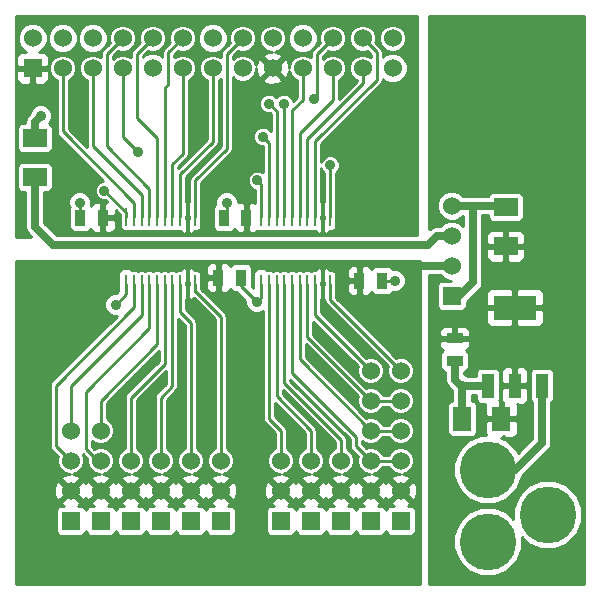
<source format=gtl>
G04 (created by PCBNEW (2013-05-31 BZR 4019)-stable) date 7/5/2014 4:19:42 PM*
%MOIN*%
G04 Gerber Fmt 3.4, Leading zero omitted, Abs format*
%FSLAX34Y34*%
G01*
G70*
G90*
G04 APERTURE LIST*
%ADD10C,0.00590551*%
%ADD11R,0.06X0.06*%
%ADD12C,0.06*%
%ADD13R,0.08X0.06*%
%ADD14R,0.00984252X0.0610236*%
%ADD15R,0.144X0.08*%
%ADD16R,0.04X0.08*%
%ADD17R,0.06X0.08*%
%ADD18C,0.189*%
%ADD19R,0.055X0.035*%
%ADD20R,0.035X0.055*%
%ADD21C,0.035*%
%ADD22C,0.01*%
%ADD23C,0.025*%
G04 APERTURE END LIST*
G54D10*
G54D11*
X728Y-1917D03*
G54D12*
X728Y-917D03*
X1728Y-1917D03*
X1728Y-917D03*
X2728Y-1917D03*
X2728Y-917D03*
X3728Y-1917D03*
X3728Y-917D03*
X4728Y-1917D03*
X4728Y-917D03*
X5728Y-1917D03*
X5728Y-917D03*
X6728Y-1917D03*
X6728Y-917D03*
X7728Y-1917D03*
X7728Y-917D03*
X8728Y-1917D03*
X8728Y-917D03*
X9728Y-1917D03*
X9728Y-917D03*
X10728Y-1917D03*
X10728Y-917D03*
X11728Y-1917D03*
X11728Y-917D03*
X12728Y-1917D03*
X12728Y-917D03*
G54D11*
X3000Y-17000D03*
G54D12*
X3000Y-16000D03*
X3000Y-15000D03*
X3000Y-14000D03*
G54D11*
X4000Y-17000D03*
G54D12*
X4000Y-16000D03*
X4000Y-15000D03*
G54D11*
X6000Y-17000D03*
G54D12*
X6000Y-16000D03*
X6000Y-15000D03*
G54D11*
X9000Y-17000D03*
G54D12*
X9000Y-16000D03*
X9000Y-15000D03*
G54D11*
X11000Y-17000D03*
G54D12*
X11000Y-16000D03*
X11000Y-15000D03*
G54D11*
X7000Y-17000D03*
G54D12*
X7000Y-16000D03*
X7000Y-15000D03*
G54D11*
X10000Y-17000D03*
G54D12*
X10000Y-16000D03*
X10000Y-15000D03*
G54D11*
X13000Y-17000D03*
G54D12*
X13000Y-16000D03*
X13000Y-15000D03*
X13000Y-14000D03*
X13000Y-13000D03*
X13000Y-12000D03*
G54D13*
X16500Y-7850D03*
X16500Y-6550D03*
G54D11*
X2000Y-17000D03*
G54D12*
X2000Y-16000D03*
X2000Y-15000D03*
X2000Y-14000D03*
G54D11*
X5000Y-17000D03*
G54D12*
X5000Y-16000D03*
X5000Y-15000D03*
G54D11*
X12000Y-17000D03*
G54D12*
X12000Y-16000D03*
X12000Y-15000D03*
X12000Y-14000D03*
X12000Y-13000D03*
X12000Y-12000D03*
G54D14*
X8338Y-9102D03*
X8604Y-9102D03*
X8860Y-9102D03*
X9116Y-9102D03*
X9372Y-9102D03*
X9627Y-9102D03*
X9883Y-9102D03*
X10139Y-9102D03*
X10395Y-9102D03*
X10651Y-9102D03*
X10651Y-6897D03*
X10395Y-6897D03*
X10139Y-6897D03*
X9883Y-6897D03*
X9627Y-6897D03*
X9372Y-6897D03*
X9116Y-6897D03*
X8860Y-6897D03*
X8604Y-6897D03*
X8348Y-6897D03*
X3838Y-9102D03*
X4104Y-9102D03*
X4360Y-9102D03*
X4616Y-9102D03*
X4872Y-9102D03*
X5127Y-9102D03*
X5383Y-9102D03*
X5639Y-9102D03*
X5895Y-9102D03*
X6151Y-9102D03*
X6151Y-6897D03*
X5895Y-6897D03*
X5639Y-6897D03*
X5383Y-6897D03*
X5127Y-6897D03*
X4872Y-6897D03*
X4616Y-6897D03*
X4360Y-6897D03*
X4104Y-6897D03*
X3848Y-6897D03*
G54D15*
X16800Y-9900D03*
G54D16*
X16800Y-12500D03*
X17700Y-12500D03*
X15900Y-12500D03*
G54D17*
X16350Y-13600D03*
X15050Y-13600D03*
G54D13*
X800Y-4250D03*
X800Y-5550D03*
G54D11*
X14700Y-9500D03*
G54D12*
X14700Y-8500D03*
X14700Y-7500D03*
X14700Y-6500D03*
G54D18*
X15900Y-17700D03*
X15900Y-15300D03*
X17900Y-16800D03*
G54D19*
X14800Y-10925D03*
X14800Y-11675D03*
G54D20*
X7855Y-6900D03*
X7105Y-6900D03*
X3075Y-6900D03*
X2325Y-6900D03*
X12375Y-9000D03*
X11625Y-9000D03*
X7675Y-8900D03*
X6925Y-8900D03*
G54D21*
X15050Y-12500D03*
X2300Y-6400D03*
X7200Y-6400D03*
X8200Y-9700D03*
X12800Y-9000D03*
X3500Y-9800D03*
X8400Y-4200D03*
X8600Y-3100D03*
X9100Y-3100D03*
X10100Y-2950D03*
X4240Y-4720D03*
X8220Y-5660D03*
X3125Y-6000D03*
X1000Y-3500D03*
X10650Y-5150D03*
G54D22*
X5383Y-9102D02*
X5383Y-12516D01*
X5000Y-12900D02*
X5000Y-15000D01*
X5383Y-12516D02*
X5000Y-12900D01*
X5127Y-9102D02*
X5127Y-11772D01*
X4000Y-12900D02*
X4000Y-15000D01*
X5127Y-11772D02*
X4000Y-12900D01*
X8604Y-9102D02*
X8604Y-13604D01*
X9000Y-14000D02*
X9000Y-15000D01*
X8604Y-13604D02*
X9000Y-14000D01*
X6151Y-9102D02*
X6151Y-9351D01*
X7000Y-10200D02*
X7000Y-15000D01*
X6151Y-9351D02*
X7000Y-10200D01*
X8860Y-9102D02*
X8860Y-12860D01*
X10000Y-14000D02*
X10000Y-15000D01*
X8860Y-12860D02*
X10000Y-14000D01*
X9116Y-9102D02*
X9116Y-12416D01*
X11000Y-14300D02*
X11000Y-15000D01*
X9116Y-12416D02*
X11000Y-14300D01*
X5639Y-9102D02*
X5639Y-10039D01*
X6000Y-10400D02*
X6000Y-15000D01*
X5639Y-10039D02*
X6000Y-10400D01*
X4872Y-9102D02*
X4872Y-11127D01*
X3000Y-13000D02*
X3000Y-14000D01*
X4872Y-11127D02*
X3000Y-13000D01*
X4360Y-9102D02*
X4360Y-10139D01*
X2000Y-12500D02*
X2000Y-14000D01*
X4360Y-10139D02*
X2000Y-12500D01*
X4104Y-9102D02*
X4104Y-9895D01*
X1500Y-14500D02*
X2000Y-15000D01*
X1500Y-12500D02*
X1500Y-14500D01*
X4104Y-9895D02*
X1500Y-12500D01*
X10139Y-9102D02*
X10139Y-10139D01*
X10139Y-10139D02*
X12000Y-12000D01*
X10651Y-9102D02*
X10651Y-9651D01*
X10651Y-9651D02*
X13000Y-12000D01*
X9627Y-9102D02*
X9627Y-11627D01*
X9627Y-11627D02*
X12000Y-14000D01*
X12000Y-14000D02*
X13000Y-14000D01*
X9372Y-9102D02*
X9372Y-12072D01*
X9372Y-12072D02*
X11500Y-14200D01*
X11500Y-14200D02*
X11500Y-14500D01*
X11500Y-14500D02*
X12000Y-15000D01*
X12000Y-15000D02*
X13000Y-15000D01*
X9883Y-9102D02*
X9883Y-10883D01*
X9883Y-10883D02*
X12000Y-13000D01*
X12000Y-13000D02*
X13000Y-13000D01*
X4616Y-9102D02*
X4616Y-10583D01*
X2500Y-12700D02*
X2500Y-14600D01*
X4616Y-10583D02*
X2500Y-12700D01*
X2900Y-15000D02*
X3000Y-15000D01*
X2500Y-14600D02*
X2900Y-15000D01*
G54D23*
X15050Y-13600D02*
X15050Y-12500D01*
X15050Y-13600D02*
X15050Y-12550D01*
X15050Y-12550D02*
X15000Y-12500D01*
X14800Y-11675D02*
X14800Y-12300D01*
X14800Y-12300D02*
X15000Y-12500D01*
X15900Y-12500D02*
X15000Y-12500D01*
G54D22*
X2325Y-6900D02*
X2325Y-6425D01*
X2325Y-6425D02*
X2300Y-6400D01*
X7225Y-6900D02*
X7225Y-6425D01*
X7225Y-6425D02*
X7200Y-6400D01*
X7675Y-8900D02*
X7675Y-9175D01*
X8338Y-9561D02*
X8200Y-9700D01*
X8338Y-9561D02*
X8338Y-9102D01*
X7675Y-9175D02*
X8200Y-9700D01*
X12375Y-9000D02*
X12800Y-9000D01*
X15050Y-12550D02*
X15000Y-12500D01*
X14800Y-12300D02*
X15000Y-12500D01*
X3838Y-9102D02*
X3838Y-9461D01*
X3838Y-9461D02*
X3500Y-9800D01*
G54D23*
X14700Y-8500D02*
X13450Y-8500D01*
G54D22*
X5728Y-1917D02*
X5728Y-4771D01*
X5728Y-4771D02*
X5383Y-5116D01*
X5383Y-6897D02*
X5383Y-5116D01*
X5127Y-3150D02*
X5127Y-2572D01*
X5250Y-1395D02*
X5728Y-917D01*
X5250Y-2450D02*
X5250Y-1395D01*
X5127Y-2572D02*
X5250Y-2450D01*
X5127Y-6897D02*
X5127Y-3150D01*
X8604Y-6897D02*
X8604Y-4404D01*
X8604Y-4404D02*
X8400Y-4200D01*
X7200Y-4600D02*
X6151Y-5648D01*
X6151Y-6897D02*
X6151Y-5648D01*
X7200Y-1445D02*
X7728Y-917D01*
X7200Y-4600D02*
X7200Y-1445D01*
X8860Y-6897D02*
X8860Y-3360D01*
X8860Y-3360D02*
X8600Y-3100D01*
X10728Y-917D02*
X10195Y-1450D01*
X10195Y-1450D02*
X10195Y-2854D01*
X9100Y-3100D02*
X9116Y-3100D01*
X10195Y-2854D02*
X10100Y-2950D01*
X9116Y-6897D02*
X9116Y-3100D01*
X6728Y-1917D02*
X6728Y-4371D01*
X6728Y-4371D02*
X5639Y-5460D01*
X5639Y-6897D02*
X5639Y-5460D01*
X3728Y-3580D02*
X3728Y-4208D01*
X3728Y-4208D02*
X4240Y-4720D01*
X3728Y-3360D02*
X3728Y-3580D01*
X8348Y-6897D02*
X8348Y-5788D01*
X8348Y-5788D02*
X8220Y-5660D01*
X8240Y-5680D02*
X8260Y-5680D01*
X8220Y-5660D02*
X8240Y-5680D01*
X3728Y-1917D02*
X3728Y-3360D01*
X3848Y-6723D02*
X3848Y-6897D01*
X3125Y-6000D02*
X3848Y-6723D01*
G54D23*
X800Y-4250D02*
X800Y-3700D01*
X800Y-3700D02*
X1000Y-3500D01*
G54D22*
X1728Y-917D02*
X1728Y-971D01*
G54D23*
X14700Y-7500D02*
X14200Y-7500D01*
X800Y-7200D02*
X800Y-5550D01*
X1400Y-7800D02*
X800Y-7200D01*
X13900Y-7800D02*
X1400Y-7800D01*
X14200Y-7500D02*
X13900Y-7800D01*
G54D22*
X4872Y-6897D02*
X4872Y-4252D01*
X4872Y-4252D02*
X4200Y-3580D01*
X4200Y-1445D02*
X4728Y-917D01*
X4200Y-3580D02*
X4200Y-1445D01*
X2728Y-1917D02*
X2728Y-4528D01*
X2728Y-4528D02*
X4360Y-6160D01*
X4360Y-6160D02*
X4360Y-6897D01*
X2750Y-1938D02*
X2728Y-1917D01*
X4104Y-6897D02*
X4104Y-6404D01*
X1728Y-4028D02*
X1728Y-1917D01*
X4104Y-6404D02*
X1728Y-4028D01*
X10139Y-6897D02*
X10139Y-4360D01*
X12200Y-1388D02*
X11728Y-917D01*
X12200Y-2300D02*
X12200Y-1388D01*
X10139Y-4360D02*
X12200Y-2300D01*
X10650Y-5150D02*
X10651Y-5150D01*
X10651Y-5150D02*
X10651Y-6897D01*
X9627Y-4300D02*
X9627Y-4072D01*
X10728Y-2971D02*
X10728Y-1917D01*
X9627Y-4072D02*
X10728Y-2971D01*
X9627Y-6897D02*
X9627Y-4300D01*
X9372Y-3650D02*
X9372Y-3327D01*
X9728Y-2971D02*
X9728Y-1917D01*
X9372Y-3327D02*
X9728Y-2971D01*
X9372Y-6897D02*
X9372Y-3650D01*
X9883Y-4450D02*
X9883Y-4266D01*
X11728Y-2421D02*
X11728Y-1917D01*
X9883Y-4266D02*
X11728Y-2421D01*
X9883Y-6897D02*
X9883Y-4450D01*
X3200Y-3600D02*
X3200Y-4520D01*
X3200Y-4520D02*
X4616Y-5936D01*
X3200Y-1445D02*
X3200Y-3600D01*
X4616Y-6897D02*
X4616Y-5936D01*
X3200Y-1445D02*
X3728Y-917D01*
G54D23*
X14700Y-9500D02*
X14950Y-9500D01*
X14950Y-9500D02*
X15400Y-9050D01*
X15400Y-9050D02*
X15400Y-6500D01*
X14700Y-6500D02*
X15400Y-6500D01*
X15400Y-6500D02*
X15500Y-6500D01*
X15500Y-6500D02*
X16450Y-6500D01*
X16450Y-6500D02*
X16500Y-6550D01*
G54D22*
X14700Y-6500D02*
X15700Y-6500D01*
X15700Y-6500D02*
X16450Y-6500D01*
X16450Y-6500D02*
X16500Y-6550D01*
G54D23*
X15900Y-15300D02*
X16800Y-15300D01*
X16800Y-15300D02*
X17700Y-14400D01*
X17700Y-14400D02*
X17700Y-12500D01*
G54D10*
G36*
X13650Y-19121D02*
X13554Y-19121D01*
X13554Y-16081D01*
X13543Y-15863D01*
X13481Y-15712D01*
X13450Y-15703D01*
X13450Y-14910D01*
X13381Y-14745D01*
X13255Y-14618D01*
X13089Y-14550D01*
X12910Y-14549D01*
X12745Y-14618D01*
X12618Y-14744D01*
X12595Y-14800D01*
X12404Y-14800D01*
X12381Y-14745D01*
X12255Y-14618D01*
X12089Y-14550D01*
X11910Y-14549D01*
X11855Y-14572D01*
X11700Y-14417D01*
X11700Y-14336D01*
X11744Y-14381D01*
X11910Y-14449D01*
X12089Y-14450D01*
X12254Y-14381D01*
X12381Y-14255D01*
X12404Y-14200D01*
X12595Y-14200D01*
X12618Y-14254D01*
X12744Y-14381D01*
X12910Y-14449D01*
X13089Y-14450D01*
X13254Y-14381D01*
X13381Y-14255D01*
X13449Y-14089D01*
X13450Y-13910D01*
X13381Y-13745D01*
X13255Y-13618D01*
X13089Y-13550D01*
X12910Y-13549D01*
X12745Y-13618D01*
X12618Y-13744D01*
X12595Y-13800D01*
X12404Y-13800D01*
X12381Y-13745D01*
X12255Y-13618D01*
X12089Y-13550D01*
X11910Y-13549D01*
X11855Y-13572D01*
X9827Y-11545D01*
X9827Y-11110D01*
X11572Y-12855D01*
X11550Y-12910D01*
X11549Y-13089D01*
X11618Y-13254D01*
X11744Y-13381D01*
X11910Y-13449D01*
X12089Y-13450D01*
X12254Y-13381D01*
X12381Y-13255D01*
X12404Y-13200D01*
X12595Y-13200D01*
X12618Y-13254D01*
X12744Y-13381D01*
X12910Y-13449D01*
X13089Y-13450D01*
X13254Y-13381D01*
X13381Y-13255D01*
X13449Y-13089D01*
X13450Y-12910D01*
X13450Y-11910D01*
X13381Y-11745D01*
X13255Y-11618D01*
X13175Y-11585D01*
X13175Y-8925D01*
X13118Y-8787D01*
X13012Y-8682D01*
X12874Y-8625D01*
X12725Y-8624D01*
X12725Y-8625D01*
X12719Y-8611D01*
X12663Y-8555D01*
X12589Y-8525D01*
X12510Y-8524D01*
X12160Y-8524D01*
X12086Y-8555D01*
X12030Y-8611D01*
X12027Y-8619D01*
X12011Y-8583D01*
X11941Y-8512D01*
X11849Y-8474D01*
X11737Y-8475D01*
X11675Y-8537D01*
X11675Y-8950D01*
X11682Y-8950D01*
X11682Y-9050D01*
X11675Y-9050D01*
X11675Y-9462D01*
X11737Y-9525D01*
X11849Y-9525D01*
X11941Y-9487D01*
X12011Y-9416D01*
X12027Y-9380D01*
X12030Y-9388D01*
X12086Y-9444D01*
X12160Y-9474D01*
X12239Y-9475D01*
X12589Y-9475D01*
X12663Y-9444D01*
X12719Y-9388D01*
X12725Y-9374D01*
X12725Y-9374D01*
X12874Y-9375D01*
X13012Y-9318D01*
X13117Y-9212D01*
X13174Y-9074D01*
X13175Y-8925D01*
X13175Y-11585D01*
X13089Y-11550D01*
X12910Y-11549D01*
X12855Y-11572D01*
X11575Y-10292D01*
X11575Y-9462D01*
X11575Y-9050D01*
X11575Y-8950D01*
X11575Y-8537D01*
X11512Y-8475D01*
X11400Y-8474D01*
X11308Y-8512D01*
X11238Y-8583D01*
X11200Y-8675D01*
X11199Y-8774D01*
X11200Y-8887D01*
X11262Y-8950D01*
X11575Y-8950D01*
X11575Y-9050D01*
X11262Y-9050D01*
X11200Y-9112D01*
X11199Y-9225D01*
X11200Y-9324D01*
X11238Y-9416D01*
X11308Y-9487D01*
X11400Y-9525D01*
X11512Y-9525D01*
X11575Y-9462D01*
X11575Y-10292D01*
X10851Y-9568D01*
X10851Y-9102D01*
X10850Y-9098D01*
X10850Y-8767D01*
X10828Y-8712D01*
X10785Y-8670D01*
X10730Y-8647D01*
X10671Y-8647D01*
X10648Y-8647D01*
X10586Y-8585D01*
X10494Y-8547D01*
X10482Y-8547D01*
X10420Y-8609D01*
X10420Y-9052D01*
X10444Y-9052D01*
X10444Y-9152D01*
X10420Y-9152D01*
X10420Y-9594D01*
X10451Y-9626D01*
X10451Y-9651D01*
X10466Y-9728D01*
X10510Y-9792D01*
X12572Y-11855D01*
X12550Y-11910D01*
X12549Y-12089D01*
X12618Y-12254D01*
X12744Y-12381D01*
X12910Y-12449D01*
X13089Y-12450D01*
X13254Y-12381D01*
X13381Y-12255D01*
X13449Y-12089D01*
X13450Y-11910D01*
X13450Y-12910D01*
X13381Y-12745D01*
X13255Y-12618D01*
X13089Y-12550D01*
X12910Y-12549D01*
X12745Y-12618D01*
X12618Y-12744D01*
X12595Y-12800D01*
X12404Y-12800D01*
X12381Y-12745D01*
X12255Y-12618D01*
X12089Y-12550D01*
X11910Y-12549D01*
X11855Y-12572D01*
X10083Y-10801D01*
X10083Y-10366D01*
X11572Y-11855D01*
X11550Y-11910D01*
X11549Y-12089D01*
X11618Y-12254D01*
X11744Y-12381D01*
X11910Y-12449D01*
X12089Y-12450D01*
X12254Y-12381D01*
X12381Y-12255D01*
X12449Y-12089D01*
X12450Y-11910D01*
X12381Y-11745D01*
X12255Y-11618D01*
X12089Y-11550D01*
X11910Y-11549D01*
X11855Y-11572D01*
X10339Y-10056D01*
X10339Y-9626D01*
X10371Y-9594D01*
X10371Y-9152D01*
X10346Y-9152D01*
X10346Y-9052D01*
X10371Y-9052D01*
X10371Y-8609D01*
X10308Y-8547D01*
X10296Y-8547D01*
X10205Y-8585D01*
X10142Y-8647D01*
X10060Y-8647D01*
X10011Y-8667D01*
X9963Y-8647D01*
X9903Y-8647D01*
X9804Y-8647D01*
X9755Y-8667D01*
X9707Y-8647D01*
X9647Y-8647D01*
X9549Y-8647D01*
X9499Y-8667D01*
X9451Y-8647D01*
X9391Y-8647D01*
X9293Y-8647D01*
X9244Y-8667D01*
X9195Y-8647D01*
X9135Y-8647D01*
X9037Y-8647D01*
X8988Y-8667D01*
X8939Y-8647D01*
X8879Y-8647D01*
X8781Y-8647D01*
X8732Y-8667D01*
X8683Y-8647D01*
X8623Y-8647D01*
X8525Y-8647D01*
X8522Y-8648D01*
X8501Y-8627D01*
X8427Y-8597D01*
X8348Y-8597D01*
X8249Y-8597D01*
X8176Y-8627D01*
X8119Y-8683D01*
X8089Y-8757D01*
X8089Y-8836D01*
X8089Y-9098D01*
X8088Y-9102D01*
X8088Y-9235D01*
X8049Y-9196D01*
X8050Y-9135D01*
X8050Y-8585D01*
X8019Y-8511D01*
X7963Y-8455D01*
X7889Y-8425D01*
X7810Y-8424D01*
X7460Y-8424D01*
X7386Y-8455D01*
X7330Y-8511D01*
X7327Y-8519D01*
X7311Y-8483D01*
X7241Y-8412D01*
X7149Y-8374D01*
X7037Y-8375D01*
X6975Y-8437D01*
X6975Y-8850D01*
X6982Y-8850D01*
X6982Y-8950D01*
X6975Y-8950D01*
X6975Y-9362D01*
X7037Y-9425D01*
X7149Y-9425D01*
X7241Y-9387D01*
X7311Y-9316D01*
X7327Y-9280D01*
X7330Y-9288D01*
X7386Y-9344D01*
X7460Y-9374D01*
X7521Y-9375D01*
X7825Y-9678D01*
X7824Y-9774D01*
X7881Y-9912D01*
X7987Y-10017D01*
X8125Y-10074D01*
X8274Y-10075D01*
X8404Y-10021D01*
X8404Y-13604D01*
X8419Y-13680D01*
X8462Y-13745D01*
X8800Y-14082D01*
X8800Y-14595D01*
X8745Y-14618D01*
X8618Y-14744D01*
X8550Y-14910D01*
X8549Y-15089D01*
X8618Y-15254D01*
X8744Y-15381D01*
X8910Y-15449D01*
X8986Y-15449D01*
X8863Y-15456D01*
X8712Y-15518D01*
X8684Y-15614D01*
X9000Y-15929D01*
X9315Y-15614D01*
X9287Y-15518D01*
X9092Y-15448D01*
X9254Y-15381D01*
X9381Y-15255D01*
X9449Y-15089D01*
X9450Y-14910D01*
X9381Y-14745D01*
X9255Y-14618D01*
X9200Y-14595D01*
X9200Y-14000D01*
X9184Y-13923D01*
X9184Y-13923D01*
X9170Y-13901D01*
X9141Y-13858D01*
X9141Y-13858D01*
X8804Y-13521D01*
X8804Y-13087D01*
X9800Y-14082D01*
X9800Y-14595D01*
X9745Y-14618D01*
X9618Y-14744D01*
X9550Y-14910D01*
X9549Y-15089D01*
X9618Y-15254D01*
X9744Y-15381D01*
X9910Y-15449D01*
X9986Y-15449D01*
X9863Y-15456D01*
X9712Y-15518D01*
X9684Y-15614D01*
X10000Y-15929D01*
X10315Y-15614D01*
X10287Y-15518D01*
X10092Y-15448D01*
X10254Y-15381D01*
X10381Y-15255D01*
X10449Y-15089D01*
X10450Y-14910D01*
X10381Y-14745D01*
X10255Y-14618D01*
X10200Y-14595D01*
X10200Y-14000D01*
X10187Y-13936D01*
X10184Y-13923D01*
X10184Y-13923D01*
X10141Y-13858D01*
X9060Y-12777D01*
X9060Y-12643D01*
X10800Y-14382D01*
X10800Y-14595D01*
X10745Y-14618D01*
X10618Y-14744D01*
X10550Y-14910D01*
X10549Y-15089D01*
X10618Y-15254D01*
X10744Y-15381D01*
X10910Y-15449D01*
X10986Y-15449D01*
X10863Y-15456D01*
X10712Y-15518D01*
X10684Y-15614D01*
X11000Y-15929D01*
X11315Y-15614D01*
X11287Y-15518D01*
X11092Y-15448D01*
X11254Y-15381D01*
X11381Y-15255D01*
X11449Y-15089D01*
X11450Y-14910D01*
X11381Y-14745D01*
X11255Y-14618D01*
X11200Y-14595D01*
X11200Y-14300D01*
X11199Y-14299D01*
X11184Y-14223D01*
X11184Y-14223D01*
X11170Y-14201D01*
X11141Y-14158D01*
X11141Y-14158D01*
X9316Y-12333D01*
X9316Y-12298D01*
X11300Y-14282D01*
X11300Y-14500D01*
X11315Y-14576D01*
X11358Y-14641D01*
X11572Y-14855D01*
X11550Y-14910D01*
X11549Y-15089D01*
X11618Y-15254D01*
X11744Y-15381D01*
X11910Y-15449D01*
X11986Y-15449D01*
X11863Y-15456D01*
X11712Y-15518D01*
X11684Y-15614D01*
X12000Y-15929D01*
X12315Y-15614D01*
X12287Y-15518D01*
X12092Y-15448D01*
X12254Y-15381D01*
X12381Y-15255D01*
X12404Y-15200D01*
X12595Y-15200D01*
X12618Y-15254D01*
X12744Y-15381D01*
X12910Y-15449D01*
X12986Y-15449D01*
X12863Y-15456D01*
X12712Y-15518D01*
X12684Y-15614D01*
X13000Y-15929D01*
X13315Y-15614D01*
X13287Y-15518D01*
X13092Y-15448D01*
X13254Y-15381D01*
X13381Y-15255D01*
X13449Y-15089D01*
X13450Y-14910D01*
X13450Y-15703D01*
X13385Y-15684D01*
X13070Y-16000D01*
X13385Y-16315D01*
X13481Y-16287D01*
X13554Y-16081D01*
X13554Y-19121D01*
X13500Y-19121D01*
X13500Y-17260D01*
X13500Y-16660D01*
X13469Y-16586D01*
X13413Y-16530D01*
X13339Y-16500D01*
X13260Y-16499D01*
X13242Y-16499D01*
X13287Y-16481D01*
X13315Y-16385D01*
X13000Y-16070D01*
X12929Y-16141D01*
X12929Y-16000D01*
X12614Y-15684D01*
X12518Y-15712D01*
X12501Y-15760D01*
X12481Y-15712D01*
X12385Y-15684D01*
X12070Y-16000D01*
X12385Y-16315D01*
X12481Y-16287D01*
X12498Y-16239D01*
X12518Y-16287D01*
X12614Y-16315D01*
X12929Y-16000D01*
X12929Y-16141D01*
X12684Y-16385D01*
X12712Y-16481D01*
X12764Y-16499D01*
X12660Y-16499D01*
X12586Y-16530D01*
X12530Y-16586D01*
X12500Y-16660D01*
X12500Y-16660D01*
X12469Y-16586D01*
X12413Y-16530D01*
X12339Y-16500D01*
X12260Y-16499D01*
X12242Y-16499D01*
X12287Y-16481D01*
X12315Y-16385D01*
X12000Y-16070D01*
X11929Y-16141D01*
X11929Y-16000D01*
X11614Y-15684D01*
X11518Y-15712D01*
X11501Y-15760D01*
X11481Y-15712D01*
X11385Y-15684D01*
X11070Y-16000D01*
X11385Y-16315D01*
X11481Y-16287D01*
X11498Y-16239D01*
X11518Y-16287D01*
X11614Y-16315D01*
X11929Y-16000D01*
X11929Y-16141D01*
X11684Y-16385D01*
X11712Y-16481D01*
X11764Y-16499D01*
X11660Y-16499D01*
X11586Y-16530D01*
X11530Y-16586D01*
X11500Y-16660D01*
X11500Y-16660D01*
X11469Y-16586D01*
X11413Y-16530D01*
X11339Y-16500D01*
X11260Y-16499D01*
X11242Y-16499D01*
X11287Y-16481D01*
X11315Y-16385D01*
X11000Y-16070D01*
X10929Y-16141D01*
X10929Y-16000D01*
X10614Y-15684D01*
X10518Y-15712D01*
X10501Y-15760D01*
X10481Y-15712D01*
X10385Y-15684D01*
X10070Y-16000D01*
X10385Y-16315D01*
X10481Y-16287D01*
X10498Y-16239D01*
X10518Y-16287D01*
X10614Y-16315D01*
X10929Y-16000D01*
X10929Y-16141D01*
X10684Y-16385D01*
X10712Y-16481D01*
X10764Y-16499D01*
X10660Y-16499D01*
X10586Y-16530D01*
X10530Y-16586D01*
X10500Y-16660D01*
X10500Y-16660D01*
X10469Y-16586D01*
X10413Y-16530D01*
X10339Y-16500D01*
X10260Y-16499D01*
X10242Y-16499D01*
X10287Y-16481D01*
X10315Y-16385D01*
X10000Y-16070D01*
X9929Y-16141D01*
X9929Y-16000D01*
X9614Y-15684D01*
X9518Y-15712D01*
X9501Y-15760D01*
X9481Y-15712D01*
X9385Y-15684D01*
X9070Y-16000D01*
X9385Y-16315D01*
X9481Y-16287D01*
X9498Y-16239D01*
X9518Y-16287D01*
X9614Y-16315D01*
X9929Y-16000D01*
X9929Y-16141D01*
X9684Y-16385D01*
X9712Y-16481D01*
X9764Y-16499D01*
X9660Y-16499D01*
X9586Y-16530D01*
X9530Y-16586D01*
X9500Y-16660D01*
X9500Y-16660D01*
X9469Y-16586D01*
X9413Y-16530D01*
X9339Y-16500D01*
X9260Y-16499D01*
X9242Y-16499D01*
X9287Y-16481D01*
X9315Y-16385D01*
X9000Y-16070D01*
X8929Y-16141D01*
X8929Y-16000D01*
X8614Y-15684D01*
X8518Y-15712D01*
X8445Y-15918D01*
X8456Y-16136D01*
X8518Y-16287D01*
X8614Y-16315D01*
X8929Y-16000D01*
X8929Y-16141D01*
X8684Y-16385D01*
X8712Y-16481D01*
X8764Y-16499D01*
X8660Y-16499D01*
X8586Y-16530D01*
X8530Y-16586D01*
X8500Y-16660D01*
X8499Y-16739D01*
X8499Y-17339D01*
X8530Y-17413D01*
X8586Y-17469D01*
X8660Y-17499D01*
X8739Y-17500D01*
X9339Y-17500D01*
X9413Y-17469D01*
X9469Y-17413D01*
X9499Y-17339D01*
X9499Y-17339D01*
X9530Y-17413D01*
X9586Y-17469D01*
X9660Y-17499D01*
X9739Y-17500D01*
X10339Y-17500D01*
X10413Y-17469D01*
X10469Y-17413D01*
X10499Y-17339D01*
X10499Y-17339D01*
X10530Y-17413D01*
X10586Y-17469D01*
X10660Y-17499D01*
X10739Y-17500D01*
X11339Y-17500D01*
X11413Y-17469D01*
X11469Y-17413D01*
X11499Y-17339D01*
X11499Y-17339D01*
X11530Y-17413D01*
X11586Y-17469D01*
X11660Y-17499D01*
X11739Y-17500D01*
X12339Y-17500D01*
X12413Y-17469D01*
X12469Y-17413D01*
X12499Y-17339D01*
X12499Y-17339D01*
X12530Y-17413D01*
X12586Y-17469D01*
X12660Y-17499D01*
X12739Y-17500D01*
X13339Y-17500D01*
X13413Y-17469D01*
X13469Y-17413D01*
X13499Y-17339D01*
X13500Y-17260D01*
X13500Y-19121D01*
X7554Y-19121D01*
X7554Y-16081D01*
X7543Y-15863D01*
X7481Y-15712D01*
X7450Y-15703D01*
X7450Y-14910D01*
X7381Y-14745D01*
X7255Y-14618D01*
X7200Y-14595D01*
X7200Y-10200D01*
X7187Y-10136D01*
X7184Y-10123D01*
X7184Y-10123D01*
X7141Y-10058D01*
X6875Y-9792D01*
X6875Y-9362D01*
X6875Y-8950D01*
X6875Y-8850D01*
X6875Y-8437D01*
X6812Y-8375D01*
X6700Y-8374D01*
X6608Y-8412D01*
X6538Y-8483D01*
X6500Y-8575D01*
X6499Y-8674D01*
X6500Y-8787D01*
X6562Y-8850D01*
X6875Y-8850D01*
X6875Y-8950D01*
X6562Y-8950D01*
X6500Y-9012D01*
X6499Y-9125D01*
X6500Y-9224D01*
X6538Y-9316D01*
X6608Y-9387D01*
X6700Y-9425D01*
X6812Y-9425D01*
X6875Y-9362D01*
X6875Y-9792D01*
X6351Y-9268D01*
X6351Y-9102D01*
X6350Y-9098D01*
X6350Y-8767D01*
X6328Y-8712D01*
X6285Y-8670D01*
X6230Y-8647D01*
X6171Y-8647D01*
X6148Y-8647D01*
X6086Y-8585D01*
X5994Y-8547D01*
X5982Y-8547D01*
X5920Y-8609D01*
X5920Y-9052D01*
X5944Y-9052D01*
X5944Y-9152D01*
X5920Y-9152D01*
X5920Y-9594D01*
X5982Y-9657D01*
X5994Y-9657D01*
X6086Y-9619D01*
X6111Y-9594D01*
X6800Y-10282D01*
X6800Y-14595D01*
X6745Y-14618D01*
X6618Y-14744D01*
X6550Y-14910D01*
X6549Y-15089D01*
X6618Y-15254D01*
X6744Y-15381D01*
X6910Y-15449D01*
X6986Y-15449D01*
X6863Y-15456D01*
X6712Y-15518D01*
X6684Y-15614D01*
X7000Y-15929D01*
X7315Y-15614D01*
X7287Y-15518D01*
X7092Y-15448D01*
X7254Y-15381D01*
X7381Y-15255D01*
X7449Y-15089D01*
X7450Y-14910D01*
X7450Y-15703D01*
X7385Y-15684D01*
X7070Y-16000D01*
X7385Y-16315D01*
X7481Y-16287D01*
X7554Y-16081D01*
X7554Y-19121D01*
X7500Y-19121D01*
X7500Y-17260D01*
X7500Y-16660D01*
X7469Y-16586D01*
X7413Y-16530D01*
X7339Y-16500D01*
X7260Y-16499D01*
X7242Y-16499D01*
X7287Y-16481D01*
X7315Y-16385D01*
X7000Y-16070D01*
X6929Y-16141D01*
X6929Y-16000D01*
X6614Y-15684D01*
X6518Y-15712D01*
X6501Y-15760D01*
X6481Y-15712D01*
X6450Y-15703D01*
X6450Y-14910D01*
X6381Y-14745D01*
X6255Y-14618D01*
X6200Y-14595D01*
X6200Y-10400D01*
X6187Y-10336D01*
X6184Y-10323D01*
X6184Y-10323D01*
X6141Y-10258D01*
X6141Y-10258D01*
X5839Y-9956D01*
X5839Y-9626D01*
X5871Y-9594D01*
X5871Y-9152D01*
X5846Y-9152D01*
X5846Y-9052D01*
X5871Y-9052D01*
X5871Y-8609D01*
X5808Y-8547D01*
X5796Y-8547D01*
X5705Y-8585D01*
X5642Y-8647D01*
X5560Y-8647D01*
X5511Y-8667D01*
X5463Y-8647D01*
X5403Y-8647D01*
X5304Y-8647D01*
X5255Y-8667D01*
X5207Y-8647D01*
X5147Y-8647D01*
X5049Y-8647D01*
X4999Y-8667D01*
X4951Y-8647D01*
X4891Y-8647D01*
X4793Y-8647D01*
X4744Y-8667D01*
X4695Y-8647D01*
X4635Y-8647D01*
X4537Y-8647D01*
X4488Y-8667D01*
X4439Y-8647D01*
X4379Y-8647D01*
X4281Y-8647D01*
X4232Y-8667D01*
X4183Y-8647D01*
X4123Y-8647D01*
X4025Y-8647D01*
X4022Y-8648D01*
X4001Y-8627D01*
X3927Y-8597D01*
X3848Y-8597D01*
X3749Y-8597D01*
X3676Y-8627D01*
X3619Y-8683D01*
X3589Y-8757D01*
X3589Y-8836D01*
X3589Y-9098D01*
X3588Y-9102D01*
X3588Y-9357D01*
X3521Y-9425D01*
X3425Y-9424D01*
X3287Y-9481D01*
X3182Y-9587D01*
X3125Y-9725D01*
X3124Y-9874D01*
X3181Y-10012D01*
X3287Y-10117D01*
X3425Y-10174D01*
X3542Y-10175D01*
X1358Y-12358D01*
X1315Y-12423D01*
X1300Y-12500D01*
X1300Y-14500D01*
X1315Y-14576D01*
X1358Y-14641D01*
X1572Y-14855D01*
X1550Y-14910D01*
X1549Y-15089D01*
X1618Y-15254D01*
X1744Y-15381D01*
X1910Y-15449D01*
X1986Y-15449D01*
X1863Y-15456D01*
X1712Y-15518D01*
X1684Y-15614D01*
X2000Y-15929D01*
X2315Y-15614D01*
X2287Y-15518D01*
X2092Y-15448D01*
X2254Y-15381D01*
X2381Y-15255D01*
X2449Y-15089D01*
X2450Y-14910D01*
X2395Y-14778D01*
X2550Y-14932D01*
X2549Y-15089D01*
X2618Y-15254D01*
X2744Y-15381D01*
X2910Y-15449D01*
X2986Y-15449D01*
X2863Y-15456D01*
X2712Y-15518D01*
X2684Y-15614D01*
X3000Y-15929D01*
X3315Y-15614D01*
X3287Y-15518D01*
X3092Y-15448D01*
X3254Y-15381D01*
X3381Y-15255D01*
X3449Y-15089D01*
X3450Y-14910D01*
X3381Y-14745D01*
X3255Y-14618D01*
X3089Y-14550D01*
X2910Y-14549D01*
X2784Y-14602D01*
X2700Y-14517D01*
X2700Y-14336D01*
X2744Y-14381D01*
X2910Y-14449D01*
X3089Y-14450D01*
X3254Y-14381D01*
X3381Y-14255D01*
X3449Y-14089D01*
X3450Y-13910D01*
X3381Y-13745D01*
X3255Y-13618D01*
X3200Y-13595D01*
X3200Y-13082D01*
X4927Y-11354D01*
X4927Y-11689D01*
X3858Y-12758D01*
X3815Y-12823D01*
X3800Y-12900D01*
X3800Y-14595D01*
X3745Y-14618D01*
X3618Y-14744D01*
X3550Y-14910D01*
X3549Y-15089D01*
X3618Y-15254D01*
X3744Y-15381D01*
X3910Y-15449D01*
X3986Y-15449D01*
X3863Y-15456D01*
X3712Y-15518D01*
X3684Y-15614D01*
X4000Y-15929D01*
X4315Y-15614D01*
X4287Y-15518D01*
X4092Y-15448D01*
X4254Y-15381D01*
X4381Y-15255D01*
X4449Y-15089D01*
X4450Y-14910D01*
X4381Y-14745D01*
X4255Y-14618D01*
X4200Y-14595D01*
X4200Y-12982D01*
X5183Y-11998D01*
X5183Y-12433D01*
X4858Y-12758D01*
X4815Y-12823D01*
X4800Y-12900D01*
X4800Y-14595D01*
X4745Y-14618D01*
X4618Y-14744D01*
X4550Y-14910D01*
X4549Y-15089D01*
X4618Y-15254D01*
X4744Y-15381D01*
X4910Y-15449D01*
X4986Y-15449D01*
X4863Y-15456D01*
X4712Y-15518D01*
X4684Y-15614D01*
X5000Y-15929D01*
X5315Y-15614D01*
X5287Y-15518D01*
X5092Y-15448D01*
X5254Y-15381D01*
X5381Y-15255D01*
X5449Y-15089D01*
X5450Y-14910D01*
X5381Y-14745D01*
X5255Y-14618D01*
X5200Y-14595D01*
X5200Y-12982D01*
X5525Y-12657D01*
X5568Y-12592D01*
X5568Y-12592D01*
X5571Y-12579D01*
X5583Y-12516D01*
X5583Y-12516D01*
X5583Y-10266D01*
X5800Y-10482D01*
X5800Y-14595D01*
X5745Y-14618D01*
X5618Y-14744D01*
X5550Y-14910D01*
X5549Y-15089D01*
X5618Y-15254D01*
X5744Y-15381D01*
X5910Y-15449D01*
X5986Y-15449D01*
X5863Y-15456D01*
X5712Y-15518D01*
X5684Y-15614D01*
X6000Y-15929D01*
X6315Y-15614D01*
X6287Y-15518D01*
X6092Y-15448D01*
X6254Y-15381D01*
X6381Y-15255D01*
X6449Y-15089D01*
X6450Y-14910D01*
X6450Y-15703D01*
X6385Y-15684D01*
X6070Y-16000D01*
X6385Y-16315D01*
X6481Y-16287D01*
X6498Y-16239D01*
X6518Y-16287D01*
X6614Y-16315D01*
X6929Y-16000D01*
X6929Y-16141D01*
X6684Y-16385D01*
X6712Y-16481D01*
X6764Y-16499D01*
X6660Y-16499D01*
X6586Y-16530D01*
X6530Y-16586D01*
X6500Y-16660D01*
X6500Y-16660D01*
X6469Y-16586D01*
X6413Y-16530D01*
X6339Y-16500D01*
X6260Y-16499D01*
X6242Y-16499D01*
X6287Y-16481D01*
X6315Y-16385D01*
X6000Y-16070D01*
X5929Y-16141D01*
X5929Y-16000D01*
X5614Y-15684D01*
X5518Y-15712D01*
X5501Y-15760D01*
X5481Y-15712D01*
X5385Y-15684D01*
X5070Y-16000D01*
X5385Y-16315D01*
X5481Y-16287D01*
X5498Y-16239D01*
X5518Y-16287D01*
X5614Y-16315D01*
X5929Y-16000D01*
X5929Y-16141D01*
X5684Y-16385D01*
X5712Y-16481D01*
X5764Y-16499D01*
X5660Y-16499D01*
X5586Y-16530D01*
X5530Y-16586D01*
X5500Y-16660D01*
X5500Y-16660D01*
X5469Y-16586D01*
X5413Y-16530D01*
X5339Y-16500D01*
X5260Y-16499D01*
X5242Y-16499D01*
X5287Y-16481D01*
X5315Y-16385D01*
X5000Y-16070D01*
X4929Y-16141D01*
X4929Y-16000D01*
X4614Y-15684D01*
X4518Y-15712D01*
X4501Y-15760D01*
X4481Y-15712D01*
X4385Y-15684D01*
X4070Y-16000D01*
X4385Y-16315D01*
X4481Y-16287D01*
X4498Y-16239D01*
X4518Y-16287D01*
X4614Y-16315D01*
X4929Y-16000D01*
X4929Y-16141D01*
X4684Y-16385D01*
X4712Y-16481D01*
X4764Y-16499D01*
X4660Y-16499D01*
X4586Y-16530D01*
X4530Y-16586D01*
X4500Y-16660D01*
X4500Y-16660D01*
X4469Y-16586D01*
X4413Y-16530D01*
X4339Y-16500D01*
X4260Y-16499D01*
X4242Y-16499D01*
X4287Y-16481D01*
X4315Y-16385D01*
X4000Y-16070D01*
X3929Y-16141D01*
X3929Y-16000D01*
X3614Y-15684D01*
X3518Y-15712D01*
X3501Y-15760D01*
X3481Y-15712D01*
X3385Y-15684D01*
X3070Y-16000D01*
X3385Y-16315D01*
X3481Y-16287D01*
X3498Y-16239D01*
X3518Y-16287D01*
X3614Y-16315D01*
X3929Y-16000D01*
X3929Y-16141D01*
X3684Y-16385D01*
X3712Y-16481D01*
X3764Y-16499D01*
X3660Y-16499D01*
X3586Y-16530D01*
X3530Y-16586D01*
X3500Y-16660D01*
X3500Y-16660D01*
X3469Y-16586D01*
X3413Y-16530D01*
X3339Y-16500D01*
X3260Y-16499D01*
X3242Y-16499D01*
X3287Y-16481D01*
X3315Y-16385D01*
X3000Y-16070D01*
X2929Y-16141D01*
X2929Y-16000D01*
X2614Y-15684D01*
X2518Y-15712D01*
X2501Y-15760D01*
X2481Y-15712D01*
X2385Y-15684D01*
X2070Y-16000D01*
X2385Y-16315D01*
X2481Y-16287D01*
X2498Y-16239D01*
X2518Y-16287D01*
X2614Y-16315D01*
X2929Y-16000D01*
X2929Y-16141D01*
X2684Y-16385D01*
X2712Y-16481D01*
X2764Y-16499D01*
X2660Y-16499D01*
X2586Y-16530D01*
X2530Y-16586D01*
X2500Y-16660D01*
X2500Y-16660D01*
X2469Y-16586D01*
X2413Y-16530D01*
X2339Y-16500D01*
X2260Y-16499D01*
X2242Y-16499D01*
X2287Y-16481D01*
X2315Y-16385D01*
X2000Y-16070D01*
X1929Y-16141D01*
X1929Y-16000D01*
X1614Y-15684D01*
X1518Y-15712D01*
X1445Y-15918D01*
X1456Y-16136D01*
X1518Y-16287D01*
X1614Y-16315D01*
X1929Y-16000D01*
X1929Y-16141D01*
X1684Y-16385D01*
X1712Y-16481D01*
X1764Y-16499D01*
X1660Y-16499D01*
X1586Y-16530D01*
X1530Y-16586D01*
X1500Y-16660D01*
X1499Y-16739D01*
X1499Y-17339D01*
X1530Y-17413D01*
X1586Y-17469D01*
X1660Y-17499D01*
X1739Y-17500D01*
X2339Y-17500D01*
X2413Y-17469D01*
X2469Y-17413D01*
X2499Y-17339D01*
X2499Y-17339D01*
X2530Y-17413D01*
X2586Y-17469D01*
X2660Y-17499D01*
X2739Y-17500D01*
X3339Y-17500D01*
X3413Y-17469D01*
X3469Y-17413D01*
X3499Y-17339D01*
X3499Y-17339D01*
X3530Y-17413D01*
X3586Y-17469D01*
X3660Y-17499D01*
X3739Y-17500D01*
X4339Y-17500D01*
X4413Y-17469D01*
X4469Y-17413D01*
X4499Y-17339D01*
X4499Y-17339D01*
X4530Y-17413D01*
X4586Y-17469D01*
X4660Y-17499D01*
X4739Y-17500D01*
X5339Y-17500D01*
X5413Y-17469D01*
X5469Y-17413D01*
X5499Y-17339D01*
X5499Y-17339D01*
X5530Y-17413D01*
X5586Y-17469D01*
X5660Y-17499D01*
X5739Y-17500D01*
X6339Y-17500D01*
X6413Y-17469D01*
X6469Y-17413D01*
X6499Y-17339D01*
X6499Y-17339D01*
X6530Y-17413D01*
X6586Y-17469D01*
X6660Y-17499D01*
X6739Y-17500D01*
X7339Y-17500D01*
X7413Y-17469D01*
X7469Y-17413D01*
X7499Y-17339D01*
X7500Y-17260D01*
X7500Y-19121D01*
X169Y-19121D01*
X169Y-8350D01*
X13650Y-8350D01*
X13650Y-19121D01*
X13650Y-19121D01*
G37*
G54D22*
X13650Y-19121D02*
X13554Y-19121D01*
X13554Y-16081D01*
X13543Y-15863D01*
X13481Y-15712D01*
X13450Y-15703D01*
X13450Y-14910D01*
X13381Y-14745D01*
X13255Y-14618D01*
X13089Y-14550D01*
X12910Y-14549D01*
X12745Y-14618D01*
X12618Y-14744D01*
X12595Y-14800D01*
X12404Y-14800D01*
X12381Y-14745D01*
X12255Y-14618D01*
X12089Y-14550D01*
X11910Y-14549D01*
X11855Y-14572D01*
X11700Y-14417D01*
X11700Y-14336D01*
X11744Y-14381D01*
X11910Y-14449D01*
X12089Y-14450D01*
X12254Y-14381D01*
X12381Y-14255D01*
X12404Y-14200D01*
X12595Y-14200D01*
X12618Y-14254D01*
X12744Y-14381D01*
X12910Y-14449D01*
X13089Y-14450D01*
X13254Y-14381D01*
X13381Y-14255D01*
X13449Y-14089D01*
X13450Y-13910D01*
X13381Y-13745D01*
X13255Y-13618D01*
X13089Y-13550D01*
X12910Y-13549D01*
X12745Y-13618D01*
X12618Y-13744D01*
X12595Y-13800D01*
X12404Y-13800D01*
X12381Y-13745D01*
X12255Y-13618D01*
X12089Y-13550D01*
X11910Y-13549D01*
X11855Y-13572D01*
X9827Y-11545D01*
X9827Y-11110D01*
X11572Y-12855D01*
X11550Y-12910D01*
X11549Y-13089D01*
X11618Y-13254D01*
X11744Y-13381D01*
X11910Y-13449D01*
X12089Y-13450D01*
X12254Y-13381D01*
X12381Y-13255D01*
X12404Y-13200D01*
X12595Y-13200D01*
X12618Y-13254D01*
X12744Y-13381D01*
X12910Y-13449D01*
X13089Y-13450D01*
X13254Y-13381D01*
X13381Y-13255D01*
X13449Y-13089D01*
X13450Y-12910D01*
X13450Y-11910D01*
X13381Y-11745D01*
X13255Y-11618D01*
X13175Y-11585D01*
X13175Y-8925D01*
X13118Y-8787D01*
X13012Y-8682D01*
X12874Y-8625D01*
X12725Y-8624D01*
X12725Y-8625D01*
X12719Y-8611D01*
X12663Y-8555D01*
X12589Y-8525D01*
X12510Y-8524D01*
X12160Y-8524D01*
X12086Y-8555D01*
X12030Y-8611D01*
X12027Y-8619D01*
X12011Y-8583D01*
X11941Y-8512D01*
X11849Y-8474D01*
X11737Y-8475D01*
X11675Y-8537D01*
X11675Y-8950D01*
X11682Y-8950D01*
X11682Y-9050D01*
X11675Y-9050D01*
X11675Y-9462D01*
X11737Y-9525D01*
X11849Y-9525D01*
X11941Y-9487D01*
X12011Y-9416D01*
X12027Y-9380D01*
X12030Y-9388D01*
X12086Y-9444D01*
X12160Y-9474D01*
X12239Y-9475D01*
X12589Y-9475D01*
X12663Y-9444D01*
X12719Y-9388D01*
X12725Y-9374D01*
X12725Y-9374D01*
X12874Y-9375D01*
X13012Y-9318D01*
X13117Y-9212D01*
X13174Y-9074D01*
X13175Y-8925D01*
X13175Y-11585D01*
X13089Y-11550D01*
X12910Y-11549D01*
X12855Y-11572D01*
X11575Y-10292D01*
X11575Y-9462D01*
X11575Y-9050D01*
X11575Y-8950D01*
X11575Y-8537D01*
X11512Y-8475D01*
X11400Y-8474D01*
X11308Y-8512D01*
X11238Y-8583D01*
X11200Y-8675D01*
X11199Y-8774D01*
X11200Y-8887D01*
X11262Y-8950D01*
X11575Y-8950D01*
X11575Y-9050D01*
X11262Y-9050D01*
X11200Y-9112D01*
X11199Y-9225D01*
X11200Y-9324D01*
X11238Y-9416D01*
X11308Y-9487D01*
X11400Y-9525D01*
X11512Y-9525D01*
X11575Y-9462D01*
X11575Y-10292D01*
X10851Y-9568D01*
X10851Y-9102D01*
X10850Y-9098D01*
X10850Y-8767D01*
X10828Y-8712D01*
X10785Y-8670D01*
X10730Y-8647D01*
X10671Y-8647D01*
X10648Y-8647D01*
X10586Y-8585D01*
X10494Y-8547D01*
X10482Y-8547D01*
X10420Y-8609D01*
X10420Y-9052D01*
X10444Y-9052D01*
X10444Y-9152D01*
X10420Y-9152D01*
X10420Y-9594D01*
X10451Y-9626D01*
X10451Y-9651D01*
X10466Y-9728D01*
X10510Y-9792D01*
X12572Y-11855D01*
X12550Y-11910D01*
X12549Y-12089D01*
X12618Y-12254D01*
X12744Y-12381D01*
X12910Y-12449D01*
X13089Y-12450D01*
X13254Y-12381D01*
X13381Y-12255D01*
X13449Y-12089D01*
X13450Y-11910D01*
X13450Y-12910D01*
X13381Y-12745D01*
X13255Y-12618D01*
X13089Y-12550D01*
X12910Y-12549D01*
X12745Y-12618D01*
X12618Y-12744D01*
X12595Y-12800D01*
X12404Y-12800D01*
X12381Y-12745D01*
X12255Y-12618D01*
X12089Y-12550D01*
X11910Y-12549D01*
X11855Y-12572D01*
X10083Y-10801D01*
X10083Y-10366D01*
X11572Y-11855D01*
X11550Y-11910D01*
X11549Y-12089D01*
X11618Y-12254D01*
X11744Y-12381D01*
X11910Y-12449D01*
X12089Y-12450D01*
X12254Y-12381D01*
X12381Y-12255D01*
X12449Y-12089D01*
X12450Y-11910D01*
X12381Y-11745D01*
X12255Y-11618D01*
X12089Y-11550D01*
X11910Y-11549D01*
X11855Y-11572D01*
X10339Y-10056D01*
X10339Y-9626D01*
X10371Y-9594D01*
X10371Y-9152D01*
X10346Y-9152D01*
X10346Y-9052D01*
X10371Y-9052D01*
X10371Y-8609D01*
X10308Y-8547D01*
X10296Y-8547D01*
X10205Y-8585D01*
X10142Y-8647D01*
X10060Y-8647D01*
X10011Y-8667D01*
X9963Y-8647D01*
X9903Y-8647D01*
X9804Y-8647D01*
X9755Y-8667D01*
X9707Y-8647D01*
X9647Y-8647D01*
X9549Y-8647D01*
X9499Y-8667D01*
X9451Y-8647D01*
X9391Y-8647D01*
X9293Y-8647D01*
X9244Y-8667D01*
X9195Y-8647D01*
X9135Y-8647D01*
X9037Y-8647D01*
X8988Y-8667D01*
X8939Y-8647D01*
X8879Y-8647D01*
X8781Y-8647D01*
X8732Y-8667D01*
X8683Y-8647D01*
X8623Y-8647D01*
X8525Y-8647D01*
X8522Y-8648D01*
X8501Y-8627D01*
X8427Y-8597D01*
X8348Y-8597D01*
X8249Y-8597D01*
X8176Y-8627D01*
X8119Y-8683D01*
X8089Y-8757D01*
X8089Y-8836D01*
X8089Y-9098D01*
X8088Y-9102D01*
X8088Y-9235D01*
X8049Y-9196D01*
X8050Y-9135D01*
X8050Y-8585D01*
X8019Y-8511D01*
X7963Y-8455D01*
X7889Y-8425D01*
X7810Y-8424D01*
X7460Y-8424D01*
X7386Y-8455D01*
X7330Y-8511D01*
X7327Y-8519D01*
X7311Y-8483D01*
X7241Y-8412D01*
X7149Y-8374D01*
X7037Y-8375D01*
X6975Y-8437D01*
X6975Y-8850D01*
X6982Y-8850D01*
X6982Y-8950D01*
X6975Y-8950D01*
X6975Y-9362D01*
X7037Y-9425D01*
X7149Y-9425D01*
X7241Y-9387D01*
X7311Y-9316D01*
X7327Y-9280D01*
X7330Y-9288D01*
X7386Y-9344D01*
X7460Y-9374D01*
X7521Y-9375D01*
X7825Y-9678D01*
X7824Y-9774D01*
X7881Y-9912D01*
X7987Y-10017D01*
X8125Y-10074D01*
X8274Y-10075D01*
X8404Y-10021D01*
X8404Y-13604D01*
X8419Y-13680D01*
X8462Y-13745D01*
X8800Y-14082D01*
X8800Y-14595D01*
X8745Y-14618D01*
X8618Y-14744D01*
X8550Y-14910D01*
X8549Y-15089D01*
X8618Y-15254D01*
X8744Y-15381D01*
X8910Y-15449D01*
X8986Y-15449D01*
X8863Y-15456D01*
X8712Y-15518D01*
X8684Y-15614D01*
X9000Y-15929D01*
X9315Y-15614D01*
X9287Y-15518D01*
X9092Y-15448D01*
X9254Y-15381D01*
X9381Y-15255D01*
X9449Y-15089D01*
X9450Y-14910D01*
X9381Y-14745D01*
X9255Y-14618D01*
X9200Y-14595D01*
X9200Y-14000D01*
X9184Y-13923D01*
X9184Y-13923D01*
X9170Y-13901D01*
X9141Y-13858D01*
X9141Y-13858D01*
X8804Y-13521D01*
X8804Y-13087D01*
X9800Y-14082D01*
X9800Y-14595D01*
X9745Y-14618D01*
X9618Y-14744D01*
X9550Y-14910D01*
X9549Y-15089D01*
X9618Y-15254D01*
X9744Y-15381D01*
X9910Y-15449D01*
X9986Y-15449D01*
X9863Y-15456D01*
X9712Y-15518D01*
X9684Y-15614D01*
X10000Y-15929D01*
X10315Y-15614D01*
X10287Y-15518D01*
X10092Y-15448D01*
X10254Y-15381D01*
X10381Y-15255D01*
X10449Y-15089D01*
X10450Y-14910D01*
X10381Y-14745D01*
X10255Y-14618D01*
X10200Y-14595D01*
X10200Y-14000D01*
X10187Y-13936D01*
X10184Y-13923D01*
X10184Y-13923D01*
X10141Y-13858D01*
X9060Y-12777D01*
X9060Y-12643D01*
X10800Y-14382D01*
X10800Y-14595D01*
X10745Y-14618D01*
X10618Y-14744D01*
X10550Y-14910D01*
X10549Y-15089D01*
X10618Y-15254D01*
X10744Y-15381D01*
X10910Y-15449D01*
X10986Y-15449D01*
X10863Y-15456D01*
X10712Y-15518D01*
X10684Y-15614D01*
X11000Y-15929D01*
X11315Y-15614D01*
X11287Y-15518D01*
X11092Y-15448D01*
X11254Y-15381D01*
X11381Y-15255D01*
X11449Y-15089D01*
X11450Y-14910D01*
X11381Y-14745D01*
X11255Y-14618D01*
X11200Y-14595D01*
X11200Y-14300D01*
X11199Y-14299D01*
X11184Y-14223D01*
X11184Y-14223D01*
X11170Y-14201D01*
X11141Y-14158D01*
X11141Y-14158D01*
X9316Y-12333D01*
X9316Y-12298D01*
X11300Y-14282D01*
X11300Y-14500D01*
X11315Y-14576D01*
X11358Y-14641D01*
X11572Y-14855D01*
X11550Y-14910D01*
X11549Y-15089D01*
X11618Y-15254D01*
X11744Y-15381D01*
X11910Y-15449D01*
X11986Y-15449D01*
X11863Y-15456D01*
X11712Y-15518D01*
X11684Y-15614D01*
X12000Y-15929D01*
X12315Y-15614D01*
X12287Y-15518D01*
X12092Y-15448D01*
X12254Y-15381D01*
X12381Y-15255D01*
X12404Y-15200D01*
X12595Y-15200D01*
X12618Y-15254D01*
X12744Y-15381D01*
X12910Y-15449D01*
X12986Y-15449D01*
X12863Y-15456D01*
X12712Y-15518D01*
X12684Y-15614D01*
X13000Y-15929D01*
X13315Y-15614D01*
X13287Y-15518D01*
X13092Y-15448D01*
X13254Y-15381D01*
X13381Y-15255D01*
X13449Y-15089D01*
X13450Y-14910D01*
X13450Y-15703D01*
X13385Y-15684D01*
X13070Y-16000D01*
X13385Y-16315D01*
X13481Y-16287D01*
X13554Y-16081D01*
X13554Y-19121D01*
X13500Y-19121D01*
X13500Y-17260D01*
X13500Y-16660D01*
X13469Y-16586D01*
X13413Y-16530D01*
X13339Y-16500D01*
X13260Y-16499D01*
X13242Y-16499D01*
X13287Y-16481D01*
X13315Y-16385D01*
X13000Y-16070D01*
X12929Y-16141D01*
X12929Y-16000D01*
X12614Y-15684D01*
X12518Y-15712D01*
X12501Y-15760D01*
X12481Y-15712D01*
X12385Y-15684D01*
X12070Y-16000D01*
X12385Y-16315D01*
X12481Y-16287D01*
X12498Y-16239D01*
X12518Y-16287D01*
X12614Y-16315D01*
X12929Y-16000D01*
X12929Y-16141D01*
X12684Y-16385D01*
X12712Y-16481D01*
X12764Y-16499D01*
X12660Y-16499D01*
X12586Y-16530D01*
X12530Y-16586D01*
X12500Y-16660D01*
X12500Y-16660D01*
X12469Y-16586D01*
X12413Y-16530D01*
X12339Y-16500D01*
X12260Y-16499D01*
X12242Y-16499D01*
X12287Y-16481D01*
X12315Y-16385D01*
X12000Y-16070D01*
X11929Y-16141D01*
X11929Y-16000D01*
X11614Y-15684D01*
X11518Y-15712D01*
X11501Y-15760D01*
X11481Y-15712D01*
X11385Y-15684D01*
X11070Y-16000D01*
X11385Y-16315D01*
X11481Y-16287D01*
X11498Y-16239D01*
X11518Y-16287D01*
X11614Y-16315D01*
X11929Y-16000D01*
X11929Y-16141D01*
X11684Y-16385D01*
X11712Y-16481D01*
X11764Y-16499D01*
X11660Y-16499D01*
X11586Y-16530D01*
X11530Y-16586D01*
X11500Y-16660D01*
X11500Y-16660D01*
X11469Y-16586D01*
X11413Y-16530D01*
X11339Y-16500D01*
X11260Y-16499D01*
X11242Y-16499D01*
X11287Y-16481D01*
X11315Y-16385D01*
X11000Y-16070D01*
X10929Y-16141D01*
X10929Y-16000D01*
X10614Y-15684D01*
X10518Y-15712D01*
X10501Y-15760D01*
X10481Y-15712D01*
X10385Y-15684D01*
X10070Y-16000D01*
X10385Y-16315D01*
X10481Y-16287D01*
X10498Y-16239D01*
X10518Y-16287D01*
X10614Y-16315D01*
X10929Y-16000D01*
X10929Y-16141D01*
X10684Y-16385D01*
X10712Y-16481D01*
X10764Y-16499D01*
X10660Y-16499D01*
X10586Y-16530D01*
X10530Y-16586D01*
X10500Y-16660D01*
X10500Y-16660D01*
X10469Y-16586D01*
X10413Y-16530D01*
X10339Y-16500D01*
X10260Y-16499D01*
X10242Y-16499D01*
X10287Y-16481D01*
X10315Y-16385D01*
X10000Y-16070D01*
X9929Y-16141D01*
X9929Y-16000D01*
X9614Y-15684D01*
X9518Y-15712D01*
X9501Y-15760D01*
X9481Y-15712D01*
X9385Y-15684D01*
X9070Y-16000D01*
X9385Y-16315D01*
X9481Y-16287D01*
X9498Y-16239D01*
X9518Y-16287D01*
X9614Y-16315D01*
X9929Y-16000D01*
X9929Y-16141D01*
X9684Y-16385D01*
X9712Y-16481D01*
X9764Y-16499D01*
X9660Y-16499D01*
X9586Y-16530D01*
X9530Y-16586D01*
X9500Y-16660D01*
X9500Y-16660D01*
X9469Y-16586D01*
X9413Y-16530D01*
X9339Y-16500D01*
X9260Y-16499D01*
X9242Y-16499D01*
X9287Y-16481D01*
X9315Y-16385D01*
X9000Y-16070D01*
X8929Y-16141D01*
X8929Y-16000D01*
X8614Y-15684D01*
X8518Y-15712D01*
X8445Y-15918D01*
X8456Y-16136D01*
X8518Y-16287D01*
X8614Y-16315D01*
X8929Y-16000D01*
X8929Y-16141D01*
X8684Y-16385D01*
X8712Y-16481D01*
X8764Y-16499D01*
X8660Y-16499D01*
X8586Y-16530D01*
X8530Y-16586D01*
X8500Y-16660D01*
X8499Y-16739D01*
X8499Y-17339D01*
X8530Y-17413D01*
X8586Y-17469D01*
X8660Y-17499D01*
X8739Y-17500D01*
X9339Y-17500D01*
X9413Y-17469D01*
X9469Y-17413D01*
X9499Y-17339D01*
X9499Y-17339D01*
X9530Y-17413D01*
X9586Y-17469D01*
X9660Y-17499D01*
X9739Y-17500D01*
X10339Y-17500D01*
X10413Y-17469D01*
X10469Y-17413D01*
X10499Y-17339D01*
X10499Y-17339D01*
X10530Y-17413D01*
X10586Y-17469D01*
X10660Y-17499D01*
X10739Y-17500D01*
X11339Y-17500D01*
X11413Y-17469D01*
X11469Y-17413D01*
X11499Y-17339D01*
X11499Y-17339D01*
X11530Y-17413D01*
X11586Y-17469D01*
X11660Y-17499D01*
X11739Y-17500D01*
X12339Y-17500D01*
X12413Y-17469D01*
X12469Y-17413D01*
X12499Y-17339D01*
X12499Y-17339D01*
X12530Y-17413D01*
X12586Y-17469D01*
X12660Y-17499D01*
X12739Y-17500D01*
X13339Y-17500D01*
X13413Y-17469D01*
X13469Y-17413D01*
X13499Y-17339D01*
X13500Y-17260D01*
X13500Y-19121D01*
X7554Y-19121D01*
X7554Y-16081D01*
X7543Y-15863D01*
X7481Y-15712D01*
X7450Y-15703D01*
X7450Y-14910D01*
X7381Y-14745D01*
X7255Y-14618D01*
X7200Y-14595D01*
X7200Y-10200D01*
X7187Y-10136D01*
X7184Y-10123D01*
X7184Y-10123D01*
X7141Y-10058D01*
X6875Y-9792D01*
X6875Y-9362D01*
X6875Y-8950D01*
X6875Y-8850D01*
X6875Y-8437D01*
X6812Y-8375D01*
X6700Y-8374D01*
X6608Y-8412D01*
X6538Y-8483D01*
X6500Y-8575D01*
X6499Y-8674D01*
X6500Y-8787D01*
X6562Y-8850D01*
X6875Y-8850D01*
X6875Y-8950D01*
X6562Y-8950D01*
X6500Y-9012D01*
X6499Y-9125D01*
X6500Y-9224D01*
X6538Y-9316D01*
X6608Y-9387D01*
X6700Y-9425D01*
X6812Y-9425D01*
X6875Y-9362D01*
X6875Y-9792D01*
X6351Y-9268D01*
X6351Y-9102D01*
X6350Y-9098D01*
X6350Y-8767D01*
X6328Y-8712D01*
X6285Y-8670D01*
X6230Y-8647D01*
X6171Y-8647D01*
X6148Y-8647D01*
X6086Y-8585D01*
X5994Y-8547D01*
X5982Y-8547D01*
X5920Y-8609D01*
X5920Y-9052D01*
X5944Y-9052D01*
X5944Y-9152D01*
X5920Y-9152D01*
X5920Y-9594D01*
X5982Y-9657D01*
X5994Y-9657D01*
X6086Y-9619D01*
X6111Y-9594D01*
X6800Y-10282D01*
X6800Y-14595D01*
X6745Y-14618D01*
X6618Y-14744D01*
X6550Y-14910D01*
X6549Y-15089D01*
X6618Y-15254D01*
X6744Y-15381D01*
X6910Y-15449D01*
X6986Y-15449D01*
X6863Y-15456D01*
X6712Y-15518D01*
X6684Y-15614D01*
X7000Y-15929D01*
X7315Y-15614D01*
X7287Y-15518D01*
X7092Y-15448D01*
X7254Y-15381D01*
X7381Y-15255D01*
X7449Y-15089D01*
X7450Y-14910D01*
X7450Y-15703D01*
X7385Y-15684D01*
X7070Y-16000D01*
X7385Y-16315D01*
X7481Y-16287D01*
X7554Y-16081D01*
X7554Y-19121D01*
X7500Y-19121D01*
X7500Y-17260D01*
X7500Y-16660D01*
X7469Y-16586D01*
X7413Y-16530D01*
X7339Y-16500D01*
X7260Y-16499D01*
X7242Y-16499D01*
X7287Y-16481D01*
X7315Y-16385D01*
X7000Y-16070D01*
X6929Y-16141D01*
X6929Y-16000D01*
X6614Y-15684D01*
X6518Y-15712D01*
X6501Y-15760D01*
X6481Y-15712D01*
X6450Y-15703D01*
X6450Y-14910D01*
X6381Y-14745D01*
X6255Y-14618D01*
X6200Y-14595D01*
X6200Y-10400D01*
X6187Y-10336D01*
X6184Y-10323D01*
X6184Y-10323D01*
X6141Y-10258D01*
X6141Y-10258D01*
X5839Y-9956D01*
X5839Y-9626D01*
X5871Y-9594D01*
X5871Y-9152D01*
X5846Y-9152D01*
X5846Y-9052D01*
X5871Y-9052D01*
X5871Y-8609D01*
X5808Y-8547D01*
X5796Y-8547D01*
X5705Y-8585D01*
X5642Y-8647D01*
X5560Y-8647D01*
X5511Y-8667D01*
X5463Y-8647D01*
X5403Y-8647D01*
X5304Y-8647D01*
X5255Y-8667D01*
X5207Y-8647D01*
X5147Y-8647D01*
X5049Y-8647D01*
X4999Y-8667D01*
X4951Y-8647D01*
X4891Y-8647D01*
X4793Y-8647D01*
X4744Y-8667D01*
X4695Y-8647D01*
X4635Y-8647D01*
X4537Y-8647D01*
X4488Y-8667D01*
X4439Y-8647D01*
X4379Y-8647D01*
X4281Y-8647D01*
X4232Y-8667D01*
X4183Y-8647D01*
X4123Y-8647D01*
X4025Y-8647D01*
X4022Y-8648D01*
X4001Y-8627D01*
X3927Y-8597D01*
X3848Y-8597D01*
X3749Y-8597D01*
X3676Y-8627D01*
X3619Y-8683D01*
X3589Y-8757D01*
X3589Y-8836D01*
X3589Y-9098D01*
X3588Y-9102D01*
X3588Y-9357D01*
X3521Y-9425D01*
X3425Y-9424D01*
X3287Y-9481D01*
X3182Y-9587D01*
X3125Y-9725D01*
X3124Y-9874D01*
X3181Y-10012D01*
X3287Y-10117D01*
X3425Y-10174D01*
X3542Y-10175D01*
X1358Y-12358D01*
X1315Y-12423D01*
X1300Y-12500D01*
X1300Y-14500D01*
X1315Y-14576D01*
X1358Y-14641D01*
X1572Y-14855D01*
X1550Y-14910D01*
X1549Y-15089D01*
X1618Y-15254D01*
X1744Y-15381D01*
X1910Y-15449D01*
X1986Y-15449D01*
X1863Y-15456D01*
X1712Y-15518D01*
X1684Y-15614D01*
X2000Y-15929D01*
X2315Y-15614D01*
X2287Y-15518D01*
X2092Y-15448D01*
X2254Y-15381D01*
X2381Y-15255D01*
X2449Y-15089D01*
X2450Y-14910D01*
X2395Y-14778D01*
X2550Y-14932D01*
X2549Y-15089D01*
X2618Y-15254D01*
X2744Y-15381D01*
X2910Y-15449D01*
X2986Y-15449D01*
X2863Y-15456D01*
X2712Y-15518D01*
X2684Y-15614D01*
X3000Y-15929D01*
X3315Y-15614D01*
X3287Y-15518D01*
X3092Y-15448D01*
X3254Y-15381D01*
X3381Y-15255D01*
X3449Y-15089D01*
X3450Y-14910D01*
X3381Y-14745D01*
X3255Y-14618D01*
X3089Y-14550D01*
X2910Y-14549D01*
X2784Y-14602D01*
X2700Y-14517D01*
X2700Y-14336D01*
X2744Y-14381D01*
X2910Y-14449D01*
X3089Y-14450D01*
X3254Y-14381D01*
X3381Y-14255D01*
X3449Y-14089D01*
X3450Y-13910D01*
X3381Y-13745D01*
X3255Y-13618D01*
X3200Y-13595D01*
X3200Y-13082D01*
X4927Y-11354D01*
X4927Y-11689D01*
X3858Y-12758D01*
X3815Y-12823D01*
X3800Y-12900D01*
X3800Y-14595D01*
X3745Y-14618D01*
X3618Y-14744D01*
X3550Y-14910D01*
X3549Y-15089D01*
X3618Y-15254D01*
X3744Y-15381D01*
X3910Y-15449D01*
X3986Y-15449D01*
X3863Y-15456D01*
X3712Y-15518D01*
X3684Y-15614D01*
X4000Y-15929D01*
X4315Y-15614D01*
X4287Y-15518D01*
X4092Y-15448D01*
X4254Y-15381D01*
X4381Y-15255D01*
X4449Y-15089D01*
X4450Y-14910D01*
X4381Y-14745D01*
X4255Y-14618D01*
X4200Y-14595D01*
X4200Y-12982D01*
X5183Y-11998D01*
X5183Y-12433D01*
X4858Y-12758D01*
X4815Y-12823D01*
X4800Y-12900D01*
X4800Y-14595D01*
X4745Y-14618D01*
X4618Y-14744D01*
X4550Y-14910D01*
X4549Y-15089D01*
X4618Y-15254D01*
X4744Y-15381D01*
X4910Y-15449D01*
X4986Y-15449D01*
X4863Y-15456D01*
X4712Y-15518D01*
X4684Y-15614D01*
X5000Y-15929D01*
X5315Y-15614D01*
X5287Y-15518D01*
X5092Y-15448D01*
X5254Y-15381D01*
X5381Y-15255D01*
X5449Y-15089D01*
X5450Y-14910D01*
X5381Y-14745D01*
X5255Y-14618D01*
X5200Y-14595D01*
X5200Y-12982D01*
X5525Y-12657D01*
X5568Y-12592D01*
X5568Y-12592D01*
X5571Y-12579D01*
X5583Y-12516D01*
X5583Y-12516D01*
X5583Y-10266D01*
X5800Y-10482D01*
X5800Y-14595D01*
X5745Y-14618D01*
X5618Y-14744D01*
X5550Y-14910D01*
X5549Y-15089D01*
X5618Y-15254D01*
X5744Y-15381D01*
X5910Y-15449D01*
X5986Y-15449D01*
X5863Y-15456D01*
X5712Y-15518D01*
X5684Y-15614D01*
X6000Y-15929D01*
X6315Y-15614D01*
X6287Y-15518D01*
X6092Y-15448D01*
X6254Y-15381D01*
X6381Y-15255D01*
X6449Y-15089D01*
X6450Y-14910D01*
X6450Y-15703D01*
X6385Y-15684D01*
X6070Y-16000D01*
X6385Y-16315D01*
X6481Y-16287D01*
X6498Y-16239D01*
X6518Y-16287D01*
X6614Y-16315D01*
X6929Y-16000D01*
X6929Y-16141D01*
X6684Y-16385D01*
X6712Y-16481D01*
X6764Y-16499D01*
X6660Y-16499D01*
X6586Y-16530D01*
X6530Y-16586D01*
X6500Y-16660D01*
X6500Y-16660D01*
X6469Y-16586D01*
X6413Y-16530D01*
X6339Y-16500D01*
X6260Y-16499D01*
X6242Y-16499D01*
X6287Y-16481D01*
X6315Y-16385D01*
X6000Y-16070D01*
X5929Y-16141D01*
X5929Y-16000D01*
X5614Y-15684D01*
X5518Y-15712D01*
X5501Y-15760D01*
X5481Y-15712D01*
X5385Y-15684D01*
X5070Y-16000D01*
X5385Y-16315D01*
X5481Y-16287D01*
X5498Y-16239D01*
X5518Y-16287D01*
X5614Y-16315D01*
X5929Y-16000D01*
X5929Y-16141D01*
X5684Y-16385D01*
X5712Y-16481D01*
X5764Y-16499D01*
X5660Y-16499D01*
X5586Y-16530D01*
X5530Y-16586D01*
X5500Y-16660D01*
X5500Y-16660D01*
X5469Y-16586D01*
X5413Y-16530D01*
X5339Y-16500D01*
X5260Y-16499D01*
X5242Y-16499D01*
X5287Y-16481D01*
X5315Y-16385D01*
X5000Y-16070D01*
X4929Y-16141D01*
X4929Y-16000D01*
X4614Y-15684D01*
X4518Y-15712D01*
X4501Y-15760D01*
X4481Y-15712D01*
X4385Y-15684D01*
X4070Y-16000D01*
X4385Y-16315D01*
X4481Y-16287D01*
X4498Y-16239D01*
X4518Y-16287D01*
X4614Y-16315D01*
X4929Y-16000D01*
X4929Y-16141D01*
X4684Y-16385D01*
X4712Y-16481D01*
X4764Y-16499D01*
X4660Y-16499D01*
X4586Y-16530D01*
X4530Y-16586D01*
X4500Y-16660D01*
X4500Y-16660D01*
X4469Y-16586D01*
X4413Y-16530D01*
X4339Y-16500D01*
X4260Y-16499D01*
X4242Y-16499D01*
X4287Y-16481D01*
X4315Y-16385D01*
X4000Y-16070D01*
X3929Y-16141D01*
X3929Y-16000D01*
X3614Y-15684D01*
X3518Y-15712D01*
X3501Y-15760D01*
X3481Y-15712D01*
X3385Y-15684D01*
X3070Y-16000D01*
X3385Y-16315D01*
X3481Y-16287D01*
X3498Y-16239D01*
X3518Y-16287D01*
X3614Y-16315D01*
X3929Y-16000D01*
X3929Y-16141D01*
X3684Y-16385D01*
X3712Y-16481D01*
X3764Y-16499D01*
X3660Y-16499D01*
X3586Y-16530D01*
X3530Y-16586D01*
X3500Y-16660D01*
X3500Y-16660D01*
X3469Y-16586D01*
X3413Y-16530D01*
X3339Y-16500D01*
X3260Y-16499D01*
X3242Y-16499D01*
X3287Y-16481D01*
X3315Y-16385D01*
X3000Y-16070D01*
X2929Y-16141D01*
X2929Y-16000D01*
X2614Y-15684D01*
X2518Y-15712D01*
X2501Y-15760D01*
X2481Y-15712D01*
X2385Y-15684D01*
X2070Y-16000D01*
X2385Y-16315D01*
X2481Y-16287D01*
X2498Y-16239D01*
X2518Y-16287D01*
X2614Y-16315D01*
X2929Y-16000D01*
X2929Y-16141D01*
X2684Y-16385D01*
X2712Y-16481D01*
X2764Y-16499D01*
X2660Y-16499D01*
X2586Y-16530D01*
X2530Y-16586D01*
X2500Y-16660D01*
X2500Y-16660D01*
X2469Y-16586D01*
X2413Y-16530D01*
X2339Y-16500D01*
X2260Y-16499D01*
X2242Y-16499D01*
X2287Y-16481D01*
X2315Y-16385D01*
X2000Y-16070D01*
X1929Y-16141D01*
X1929Y-16000D01*
X1614Y-15684D01*
X1518Y-15712D01*
X1445Y-15918D01*
X1456Y-16136D01*
X1518Y-16287D01*
X1614Y-16315D01*
X1929Y-16000D01*
X1929Y-16141D01*
X1684Y-16385D01*
X1712Y-16481D01*
X1764Y-16499D01*
X1660Y-16499D01*
X1586Y-16530D01*
X1530Y-16586D01*
X1500Y-16660D01*
X1499Y-16739D01*
X1499Y-17339D01*
X1530Y-17413D01*
X1586Y-17469D01*
X1660Y-17499D01*
X1739Y-17500D01*
X2339Y-17500D01*
X2413Y-17469D01*
X2469Y-17413D01*
X2499Y-17339D01*
X2499Y-17339D01*
X2530Y-17413D01*
X2586Y-17469D01*
X2660Y-17499D01*
X2739Y-17500D01*
X3339Y-17500D01*
X3413Y-17469D01*
X3469Y-17413D01*
X3499Y-17339D01*
X3499Y-17339D01*
X3530Y-17413D01*
X3586Y-17469D01*
X3660Y-17499D01*
X3739Y-17500D01*
X4339Y-17500D01*
X4413Y-17469D01*
X4469Y-17413D01*
X4499Y-17339D01*
X4499Y-17339D01*
X4530Y-17413D01*
X4586Y-17469D01*
X4660Y-17499D01*
X4739Y-17500D01*
X5339Y-17500D01*
X5413Y-17469D01*
X5469Y-17413D01*
X5499Y-17339D01*
X5499Y-17339D01*
X5530Y-17413D01*
X5586Y-17469D01*
X5660Y-17499D01*
X5739Y-17500D01*
X6339Y-17500D01*
X6413Y-17469D01*
X6469Y-17413D01*
X6499Y-17339D01*
X6499Y-17339D01*
X6530Y-17413D01*
X6586Y-17469D01*
X6660Y-17499D01*
X6739Y-17500D01*
X7339Y-17500D01*
X7413Y-17469D01*
X7469Y-17413D01*
X7499Y-17339D01*
X7500Y-17260D01*
X7500Y-19121D01*
X169Y-19121D01*
X169Y-8350D01*
X13650Y-8350D01*
X13650Y-19121D01*
G54D10*
G36*
X13550Y-7475D02*
X13228Y-7475D01*
X13228Y-1818D01*
X13178Y-1697D01*
X13178Y-828D01*
X13110Y-662D01*
X12983Y-536D01*
X12818Y-467D01*
X12639Y-467D01*
X12473Y-535D01*
X12347Y-662D01*
X12278Y-827D01*
X12278Y-1006D01*
X12346Y-1171D01*
X12473Y-1298D01*
X12638Y-1367D01*
X12817Y-1367D01*
X12982Y-1299D01*
X13109Y-1172D01*
X13178Y-1007D01*
X13178Y-828D01*
X13178Y-1697D01*
X13152Y-1634D01*
X13011Y-1493D01*
X12828Y-1417D01*
X12629Y-1417D01*
X12445Y-1493D01*
X12400Y-1538D01*
X12400Y-1388D01*
X12399Y-1388D01*
X12384Y-1312D01*
X12384Y-1312D01*
X12370Y-1290D01*
X12341Y-1247D01*
X12341Y-1247D01*
X12155Y-1061D01*
X12178Y-1007D01*
X12178Y-828D01*
X12110Y-662D01*
X11983Y-536D01*
X11818Y-467D01*
X11639Y-467D01*
X11473Y-535D01*
X11347Y-662D01*
X11278Y-827D01*
X11278Y-1006D01*
X11346Y-1171D01*
X11473Y-1298D01*
X11638Y-1367D01*
X11817Y-1367D01*
X11872Y-1344D01*
X12000Y-1471D01*
X12000Y-1552D01*
X11983Y-1536D01*
X11818Y-1467D01*
X11639Y-1467D01*
X11473Y-1535D01*
X11347Y-1662D01*
X11278Y-1827D01*
X11278Y-2006D01*
X11346Y-2171D01*
X11473Y-2298D01*
X11528Y-2321D01*
X11528Y-2338D01*
X10928Y-2938D01*
X10928Y-2321D01*
X10982Y-2299D01*
X11109Y-2172D01*
X11178Y-2007D01*
X11178Y-1828D01*
X11110Y-1662D01*
X10983Y-1536D01*
X10818Y-1467D01*
X10639Y-1467D01*
X10473Y-1535D01*
X10395Y-1613D01*
X10395Y-1532D01*
X10583Y-1344D01*
X10638Y-1367D01*
X10817Y-1367D01*
X10982Y-1299D01*
X11109Y-1172D01*
X11178Y-1007D01*
X11178Y-828D01*
X11110Y-662D01*
X10983Y-536D01*
X10818Y-467D01*
X10639Y-467D01*
X10473Y-535D01*
X10347Y-662D01*
X10278Y-827D01*
X10278Y-1006D01*
X10301Y-1061D01*
X10228Y-1134D01*
X10228Y-818D01*
X10152Y-634D01*
X10011Y-493D01*
X9828Y-417D01*
X9629Y-417D01*
X9445Y-493D01*
X9304Y-633D01*
X9228Y-817D01*
X9228Y-1016D01*
X9304Y-1200D01*
X9444Y-1340D01*
X9628Y-1417D01*
X9827Y-1417D01*
X10011Y-1341D01*
X10151Y-1200D01*
X10228Y-1017D01*
X10228Y-818D01*
X10228Y-1134D01*
X10054Y-1308D01*
X10010Y-1373D01*
X9995Y-1450D01*
X9995Y-1548D01*
X9983Y-1536D01*
X9818Y-1467D01*
X9639Y-1467D01*
X9473Y-1535D01*
X9347Y-1662D01*
X9278Y-1827D01*
X9278Y-1903D01*
X9272Y-1780D01*
X9209Y-1629D01*
X9178Y-1620D01*
X9178Y-828D01*
X9110Y-662D01*
X8983Y-536D01*
X8818Y-467D01*
X8639Y-467D01*
X8473Y-535D01*
X8347Y-662D01*
X8278Y-827D01*
X8278Y-1006D01*
X8346Y-1171D01*
X8473Y-1298D01*
X8638Y-1367D01*
X8714Y-1367D01*
X8591Y-1373D01*
X8440Y-1436D01*
X8413Y-1531D01*
X8728Y-1846D01*
X9043Y-1531D01*
X9016Y-1436D01*
X8820Y-1366D01*
X8982Y-1299D01*
X9109Y-1172D01*
X9178Y-1007D01*
X9178Y-828D01*
X9178Y-1620D01*
X9114Y-1602D01*
X8799Y-1917D01*
X9114Y-2232D01*
X9209Y-2205D01*
X9279Y-2009D01*
X9346Y-2171D01*
X9473Y-2298D01*
X9528Y-2321D01*
X9528Y-2888D01*
X9412Y-3004D01*
X9375Y-2916D01*
X9284Y-2824D01*
X9164Y-2775D01*
X9043Y-2774D01*
X9043Y-2303D01*
X8728Y-1988D01*
X8657Y-2058D01*
X8657Y-1917D01*
X8342Y-1602D01*
X8247Y-1629D01*
X8177Y-1825D01*
X8110Y-1662D01*
X7983Y-1536D01*
X7818Y-1467D01*
X7639Y-1467D01*
X7473Y-1535D01*
X7400Y-1609D01*
X7400Y-1528D01*
X7583Y-1344D01*
X7638Y-1367D01*
X7817Y-1367D01*
X7982Y-1299D01*
X8109Y-1172D01*
X8178Y-1007D01*
X8178Y-828D01*
X8110Y-662D01*
X7983Y-536D01*
X7818Y-467D01*
X7639Y-467D01*
X7473Y-535D01*
X7347Y-662D01*
X7278Y-827D01*
X7278Y-1006D01*
X7301Y-1061D01*
X7228Y-1134D01*
X7228Y-818D01*
X7152Y-634D01*
X7011Y-493D01*
X6828Y-417D01*
X6629Y-417D01*
X6445Y-493D01*
X6304Y-633D01*
X6228Y-817D01*
X6228Y-1016D01*
X6304Y-1200D01*
X6444Y-1340D01*
X6628Y-1417D01*
X6827Y-1417D01*
X7011Y-1341D01*
X7151Y-1200D01*
X7228Y-1017D01*
X7228Y-818D01*
X7228Y-1134D01*
X7058Y-1304D01*
X7015Y-1369D01*
X7000Y-1445D01*
X7000Y-1552D01*
X6983Y-1536D01*
X6818Y-1467D01*
X6639Y-1467D01*
X6473Y-1535D01*
X6347Y-1662D01*
X6278Y-1827D01*
X6278Y-2006D01*
X6346Y-2171D01*
X6473Y-2298D01*
X6528Y-2321D01*
X6528Y-4288D01*
X5583Y-5233D01*
X5583Y-5198D01*
X5869Y-4913D01*
X5869Y-4913D01*
X5898Y-4869D01*
X5913Y-4848D01*
X5913Y-4848D01*
X5928Y-4771D01*
X5928Y-4771D01*
X5928Y-2321D01*
X5982Y-2299D01*
X6109Y-2172D01*
X6178Y-2007D01*
X6178Y-1828D01*
X6110Y-1662D01*
X5983Y-1536D01*
X5818Y-1467D01*
X5639Y-1467D01*
X5473Y-1535D01*
X5450Y-1559D01*
X5450Y-1478D01*
X5583Y-1344D01*
X5638Y-1367D01*
X5817Y-1367D01*
X5982Y-1299D01*
X6109Y-1172D01*
X6178Y-1007D01*
X6178Y-828D01*
X6110Y-662D01*
X5983Y-536D01*
X5818Y-467D01*
X5639Y-467D01*
X5473Y-535D01*
X5347Y-662D01*
X5278Y-827D01*
X5278Y-1006D01*
X5301Y-1061D01*
X5108Y-1254D01*
X5065Y-1319D01*
X5050Y-1395D01*
X5050Y-1531D01*
X5011Y-1493D01*
X4828Y-1417D01*
X4629Y-1417D01*
X4445Y-1493D01*
X4400Y-1538D01*
X4400Y-1528D01*
X4583Y-1344D01*
X4638Y-1367D01*
X4817Y-1367D01*
X4982Y-1299D01*
X5109Y-1172D01*
X5178Y-1007D01*
X5178Y-828D01*
X5110Y-662D01*
X4983Y-536D01*
X4818Y-467D01*
X4639Y-467D01*
X4473Y-535D01*
X4347Y-662D01*
X4278Y-827D01*
X4278Y-1006D01*
X4301Y-1061D01*
X4058Y-1304D01*
X4015Y-1369D01*
X4000Y-1445D01*
X4000Y-1552D01*
X3983Y-1536D01*
X3818Y-1467D01*
X3639Y-1467D01*
X3473Y-1535D01*
X3400Y-1609D01*
X3400Y-1528D01*
X3583Y-1344D01*
X3638Y-1367D01*
X3817Y-1367D01*
X3982Y-1299D01*
X4109Y-1172D01*
X4178Y-1007D01*
X4178Y-828D01*
X4110Y-662D01*
X3983Y-536D01*
X3818Y-467D01*
X3639Y-467D01*
X3473Y-535D01*
X3347Y-662D01*
X3278Y-827D01*
X3278Y-1006D01*
X3301Y-1061D01*
X3228Y-1134D01*
X3228Y-818D01*
X3152Y-634D01*
X3011Y-493D01*
X2828Y-417D01*
X2629Y-417D01*
X2445Y-493D01*
X2304Y-633D01*
X2228Y-817D01*
X2228Y-818D01*
X2228Y-818D01*
X2152Y-634D01*
X2011Y-493D01*
X1828Y-417D01*
X1629Y-417D01*
X1445Y-493D01*
X1304Y-633D01*
X1228Y-817D01*
X1228Y-1016D01*
X1304Y-1200D01*
X1444Y-1340D01*
X1628Y-1417D01*
X1827Y-1417D01*
X2011Y-1341D01*
X2151Y-1200D01*
X2228Y-1017D01*
X2228Y-818D01*
X2228Y-818D01*
X2228Y-1016D01*
X2304Y-1200D01*
X2444Y-1340D01*
X2628Y-1417D01*
X2827Y-1417D01*
X3011Y-1341D01*
X3151Y-1200D01*
X3228Y-1017D01*
X3228Y-818D01*
X3228Y-1134D01*
X3058Y-1304D01*
X3015Y-1369D01*
X3000Y-1445D01*
X3000Y-1552D01*
X2983Y-1536D01*
X2818Y-1467D01*
X2639Y-1467D01*
X2473Y-1535D01*
X2347Y-1662D01*
X2278Y-1827D01*
X2278Y-2006D01*
X2346Y-2171D01*
X2473Y-2298D01*
X2528Y-2321D01*
X2528Y-4528D01*
X2532Y-4549D01*
X1928Y-3945D01*
X1928Y-2321D01*
X1982Y-2299D01*
X2109Y-2172D01*
X2178Y-2007D01*
X2178Y-1828D01*
X2110Y-1662D01*
X1983Y-1536D01*
X1818Y-1467D01*
X1639Y-1467D01*
X1473Y-1535D01*
X1347Y-1662D01*
X1278Y-1827D01*
X1278Y-1868D01*
X1278Y-1666D01*
X1278Y-1567D01*
X1240Y-1475D01*
X1169Y-1405D01*
X1077Y-1367D01*
X948Y-1367D01*
X1011Y-1341D01*
X1151Y-1200D01*
X1228Y-1017D01*
X1228Y-818D01*
X1152Y-634D01*
X1011Y-493D01*
X828Y-417D01*
X629Y-417D01*
X445Y-493D01*
X304Y-633D01*
X228Y-817D01*
X228Y-1016D01*
X304Y-1200D01*
X444Y-1340D01*
X508Y-1367D01*
X378Y-1367D01*
X286Y-1405D01*
X216Y-1475D01*
X178Y-1567D01*
X178Y-1666D01*
X178Y-1804D01*
X240Y-1867D01*
X678Y-1867D01*
X678Y-1859D01*
X778Y-1859D01*
X778Y-1867D01*
X1215Y-1867D01*
X1278Y-1804D01*
X1278Y-1666D01*
X1278Y-1868D01*
X1278Y-2006D01*
X1346Y-2171D01*
X1473Y-2298D01*
X1528Y-2321D01*
X1528Y-4028D01*
X1543Y-4104D01*
X1586Y-4169D01*
X3092Y-5674D01*
X3060Y-5674D01*
X2941Y-5724D01*
X2849Y-5815D01*
X2800Y-5935D01*
X2799Y-6064D01*
X2849Y-6183D01*
X2940Y-6275D01*
X3060Y-6324D01*
X3167Y-6325D01*
X3217Y-6374D01*
X3187Y-6375D01*
X3125Y-6437D01*
X3125Y-6850D01*
X3437Y-6850D01*
X3500Y-6787D01*
X3500Y-6674D01*
X3500Y-6657D01*
X3648Y-6806D01*
X3648Y-6897D01*
X3649Y-6901D01*
X3649Y-7232D01*
X3671Y-7287D01*
X3714Y-7329D01*
X3769Y-7352D01*
X3828Y-7352D01*
X3927Y-7352D01*
X3976Y-7332D01*
X4025Y-7352D01*
X4084Y-7352D01*
X4183Y-7352D01*
X4232Y-7332D01*
X4281Y-7352D01*
X4340Y-7352D01*
X4439Y-7352D01*
X4488Y-7332D01*
X4536Y-7352D01*
X4596Y-7352D01*
X4695Y-7352D01*
X4744Y-7332D01*
X4792Y-7352D01*
X4852Y-7352D01*
X4950Y-7352D01*
X5000Y-7332D01*
X5048Y-7352D01*
X5108Y-7352D01*
X5206Y-7352D01*
X5255Y-7332D01*
X5304Y-7352D01*
X5364Y-7352D01*
X5462Y-7352D01*
X5511Y-7332D01*
X5560Y-7352D01*
X5620Y-7352D01*
X5642Y-7352D01*
X5705Y-7414D01*
X5796Y-7452D01*
X5808Y-7452D01*
X5871Y-7390D01*
X5871Y-6947D01*
X5846Y-6947D01*
X5846Y-6847D01*
X5871Y-6847D01*
X5871Y-6405D01*
X5839Y-6373D01*
X5839Y-5543D01*
X6869Y-4513D01*
X6869Y-4513D01*
X6898Y-4469D01*
X6913Y-4448D01*
X6913Y-4448D01*
X6928Y-4371D01*
X6928Y-4371D01*
X6928Y-2321D01*
X6982Y-2299D01*
X7000Y-2281D01*
X7000Y-4517D01*
X6010Y-5507D01*
X5966Y-5571D01*
X5951Y-5648D01*
X5951Y-6373D01*
X5920Y-6405D01*
X5920Y-6847D01*
X5944Y-6847D01*
X5944Y-6947D01*
X5920Y-6947D01*
X5920Y-7390D01*
X5982Y-7452D01*
X5994Y-7452D01*
X6086Y-7414D01*
X6148Y-7352D01*
X6230Y-7352D01*
X6285Y-7329D01*
X6327Y-7287D01*
X6350Y-7232D01*
X6350Y-7173D01*
X6350Y-6901D01*
X6351Y-6897D01*
X6351Y-5731D01*
X7341Y-4741D01*
X7341Y-4741D01*
X7370Y-4698D01*
X7384Y-4676D01*
X7384Y-4676D01*
X7399Y-4600D01*
X7400Y-4600D01*
X7400Y-2225D01*
X7473Y-2298D01*
X7638Y-2367D01*
X7817Y-2367D01*
X7982Y-2299D01*
X8109Y-2172D01*
X8178Y-2007D01*
X8178Y-1930D01*
X8184Y-2054D01*
X8247Y-2205D01*
X8342Y-2232D01*
X8657Y-1917D01*
X8657Y-2058D01*
X8413Y-2303D01*
X8440Y-2398D01*
X8646Y-2472D01*
X8865Y-2461D01*
X9016Y-2398D01*
X9043Y-2303D01*
X9043Y-2774D01*
X9035Y-2774D01*
X8916Y-2824D01*
X8849Y-2890D01*
X8784Y-2824D01*
X8664Y-2775D01*
X8535Y-2774D01*
X8416Y-2824D01*
X8324Y-2915D01*
X8275Y-3035D01*
X8274Y-3164D01*
X8324Y-3283D01*
X8415Y-3375D01*
X8535Y-3424D01*
X8642Y-3425D01*
X8660Y-3443D01*
X8660Y-4000D01*
X8584Y-3924D01*
X8464Y-3875D01*
X8335Y-3874D01*
X8216Y-3924D01*
X8124Y-4015D01*
X8075Y-4135D01*
X8074Y-4264D01*
X8124Y-4383D01*
X8215Y-4475D01*
X8335Y-4524D01*
X8404Y-4525D01*
X8404Y-5384D01*
X8284Y-5335D01*
X8155Y-5334D01*
X8036Y-5384D01*
X7944Y-5475D01*
X7895Y-5595D01*
X7894Y-5724D01*
X7944Y-5843D01*
X8035Y-5935D01*
X8148Y-5982D01*
X8148Y-6403D01*
X8079Y-6374D01*
X7967Y-6375D01*
X7905Y-6437D01*
X7905Y-6850D01*
X7912Y-6850D01*
X7912Y-6950D01*
X7905Y-6950D01*
X7905Y-7362D01*
X7967Y-7425D01*
X8079Y-7425D01*
X8171Y-7387D01*
X8224Y-7334D01*
X8269Y-7352D01*
X8328Y-7352D01*
X8427Y-7352D01*
X8476Y-7332D01*
X8525Y-7352D01*
X8584Y-7352D01*
X8683Y-7352D01*
X8732Y-7332D01*
X8781Y-7352D01*
X8840Y-7352D01*
X8939Y-7352D01*
X8988Y-7332D01*
X9036Y-7352D01*
X9096Y-7352D01*
X9195Y-7352D01*
X9244Y-7332D01*
X9292Y-7352D01*
X9352Y-7352D01*
X9450Y-7352D01*
X9500Y-7332D01*
X9548Y-7352D01*
X9608Y-7352D01*
X9706Y-7352D01*
X9755Y-7332D01*
X9804Y-7352D01*
X9864Y-7352D01*
X9962Y-7352D01*
X10011Y-7332D01*
X10060Y-7352D01*
X10120Y-7352D01*
X10142Y-7352D01*
X10205Y-7414D01*
X10296Y-7452D01*
X10308Y-7452D01*
X10371Y-7390D01*
X10371Y-6947D01*
X10346Y-6947D01*
X10346Y-6847D01*
X10371Y-6847D01*
X10371Y-6405D01*
X10339Y-6373D01*
X10339Y-5250D01*
X10374Y-5333D01*
X10451Y-5411D01*
X10451Y-6373D01*
X10420Y-6405D01*
X10420Y-6847D01*
X10444Y-6847D01*
X10444Y-6947D01*
X10420Y-6947D01*
X10420Y-7390D01*
X10482Y-7452D01*
X10494Y-7452D01*
X10586Y-7414D01*
X10648Y-7352D01*
X10730Y-7352D01*
X10785Y-7329D01*
X10827Y-7287D01*
X10850Y-7232D01*
X10850Y-7173D01*
X10850Y-6901D01*
X10851Y-6897D01*
X10851Y-5407D01*
X10925Y-5334D01*
X10974Y-5214D01*
X10975Y-5085D01*
X10925Y-4966D01*
X10834Y-4874D01*
X10714Y-4825D01*
X10585Y-4824D01*
X10466Y-4874D01*
X10374Y-4965D01*
X10339Y-5049D01*
X10339Y-4443D01*
X12341Y-2441D01*
X12341Y-2441D01*
X12370Y-2398D01*
X12384Y-2376D01*
X12384Y-2376D01*
X12399Y-2300D01*
X12400Y-2300D01*
X12400Y-2296D01*
X12444Y-2340D01*
X12628Y-2417D01*
X12827Y-2417D01*
X13011Y-2341D01*
X13151Y-2200D01*
X13228Y-2017D01*
X13228Y-1818D01*
X13228Y-7475D01*
X7805Y-7475D01*
X7805Y-7362D01*
X7805Y-6950D01*
X7797Y-6950D01*
X7797Y-6850D01*
X7805Y-6850D01*
X7805Y-6437D01*
X7742Y-6375D01*
X7630Y-6374D01*
X7575Y-6397D01*
X7575Y-6325D01*
X7518Y-6187D01*
X7412Y-6082D01*
X7274Y-6025D01*
X7125Y-6024D01*
X6987Y-6081D01*
X6882Y-6187D01*
X6825Y-6325D01*
X6824Y-6452D01*
X6816Y-6455D01*
X6760Y-6511D01*
X6730Y-6585D01*
X6729Y-6664D01*
X6729Y-7214D01*
X6760Y-7288D01*
X6816Y-7344D01*
X6890Y-7374D01*
X6969Y-7375D01*
X7319Y-7375D01*
X7393Y-7344D01*
X7449Y-7288D01*
X7452Y-7280D01*
X7468Y-7316D01*
X7538Y-7387D01*
X7630Y-7425D01*
X7742Y-7425D01*
X7805Y-7362D01*
X7805Y-7475D01*
X3500Y-7475D01*
X3500Y-7125D01*
X3500Y-7012D01*
X3437Y-6950D01*
X3125Y-6950D01*
X3125Y-7362D01*
X3187Y-7425D01*
X3299Y-7425D01*
X3391Y-7387D01*
X3461Y-7316D01*
X3499Y-7224D01*
X3500Y-7125D01*
X3500Y-7475D01*
X3025Y-7475D01*
X3025Y-7362D01*
X3025Y-6950D01*
X3017Y-6950D01*
X3017Y-6850D01*
X3025Y-6850D01*
X3025Y-6437D01*
X2962Y-6375D01*
X2850Y-6374D01*
X2758Y-6412D01*
X2688Y-6483D01*
X2672Y-6519D01*
X2669Y-6511D01*
X2662Y-6504D01*
X2674Y-6474D01*
X2675Y-6325D01*
X2618Y-6187D01*
X2512Y-6082D01*
X2374Y-6025D01*
X2225Y-6024D01*
X2087Y-6081D01*
X1982Y-6187D01*
X1925Y-6325D01*
X1924Y-6474D01*
X1960Y-6560D01*
X1950Y-6585D01*
X1949Y-6664D01*
X1949Y-7214D01*
X1980Y-7288D01*
X2036Y-7344D01*
X2110Y-7374D01*
X2189Y-7375D01*
X2539Y-7375D01*
X2613Y-7344D01*
X2669Y-7288D01*
X2672Y-7280D01*
X2688Y-7316D01*
X2758Y-7387D01*
X2850Y-7425D01*
X2962Y-7425D01*
X3025Y-7362D01*
X3025Y-7475D01*
X1534Y-7475D01*
X1125Y-7065D01*
X1125Y-6050D01*
X1239Y-6050D01*
X1313Y-6019D01*
X1369Y-5963D01*
X1399Y-5889D01*
X1400Y-5810D01*
X1400Y-5210D01*
X1400Y-4510D01*
X1400Y-3910D01*
X1369Y-3836D01*
X1313Y-3780D01*
X1268Y-3761D01*
X1317Y-3712D01*
X1374Y-3574D01*
X1375Y-3425D01*
X1318Y-3287D01*
X1278Y-3248D01*
X1278Y-2167D01*
X1278Y-2029D01*
X1215Y-1967D01*
X778Y-1967D01*
X778Y-2404D01*
X840Y-2467D01*
X1077Y-2467D01*
X1169Y-2429D01*
X1240Y-2359D01*
X1278Y-2267D01*
X1278Y-2167D01*
X1278Y-3248D01*
X1212Y-3182D01*
X1074Y-3125D01*
X925Y-3124D01*
X787Y-3181D01*
X682Y-3287D01*
X678Y-3296D01*
X678Y-2404D01*
X678Y-1967D01*
X240Y-1967D01*
X178Y-2029D01*
X178Y-2167D01*
X178Y-2267D01*
X216Y-2359D01*
X286Y-2429D01*
X378Y-2467D01*
X615Y-2467D01*
X678Y-2404D01*
X678Y-3296D01*
X631Y-3408D01*
X570Y-3470D01*
X499Y-3575D01*
X475Y-3700D01*
X475Y-3749D01*
X360Y-3749D01*
X286Y-3780D01*
X230Y-3836D01*
X200Y-3910D01*
X199Y-3989D01*
X199Y-4589D01*
X230Y-4663D01*
X286Y-4719D01*
X360Y-4749D01*
X439Y-4750D01*
X1239Y-4750D01*
X1313Y-4719D01*
X1369Y-4663D01*
X1399Y-4589D01*
X1400Y-4510D01*
X1400Y-5210D01*
X1369Y-5136D01*
X1313Y-5080D01*
X1239Y-5050D01*
X1160Y-5049D01*
X360Y-5049D01*
X286Y-5080D01*
X230Y-5136D01*
X200Y-5210D01*
X199Y-5289D01*
X199Y-5889D01*
X230Y-5963D01*
X286Y-6019D01*
X360Y-6049D01*
X439Y-6050D01*
X475Y-6050D01*
X475Y-7200D01*
X499Y-7324D01*
X570Y-7429D01*
X690Y-7550D01*
X169Y-7550D01*
X169Y-169D01*
X13550Y-169D01*
X13550Y-7475D01*
X13550Y-7475D01*
G37*
G54D22*
X13550Y-7475D02*
X13228Y-7475D01*
X13228Y-1818D01*
X13178Y-1697D01*
X13178Y-828D01*
X13110Y-662D01*
X12983Y-536D01*
X12818Y-467D01*
X12639Y-467D01*
X12473Y-535D01*
X12347Y-662D01*
X12278Y-827D01*
X12278Y-1006D01*
X12346Y-1171D01*
X12473Y-1298D01*
X12638Y-1367D01*
X12817Y-1367D01*
X12982Y-1299D01*
X13109Y-1172D01*
X13178Y-1007D01*
X13178Y-828D01*
X13178Y-1697D01*
X13152Y-1634D01*
X13011Y-1493D01*
X12828Y-1417D01*
X12629Y-1417D01*
X12445Y-1493D01*
X12400Y-1538D01*
X12400Y-1388D01*
X12399Y-1388D01*
X12384Y-1312D01*
X12384Y-1312D01*
X12370Y-1290D01*
X12341Y-1247D01*
X12341Y-1247D01*
X12155Y-1061D01*
X12178Y-1007D01*
X12178Y-828D01*
X12110Y-662D01*
X11983Y-536D01*
X11818Y-467D01*
X11639Y-467D01*
X11473Y-535D01*
X11347Y-662D01*
X11278Y-827D01*
X11278Y-1006D01*
X11346Y-1171D01*
X11473Y-1298D01*
X11638Y-1367D01*
X11817Y-1367D01*
X11872Y-1344D01*
X12000Y-1471D01*
X12000Y-1552D01*
X11983Y-1536D01*
X11818Y-1467D01*
X11639Y-1467D01*
X11473Y-1535D01*
X11347Y-1662D01*
X11278Y-1827D01*
X11278Y-2006D01*
X11346Y-2171D01*
X11473Y-2298D01*
X11528Y-2321D01*
X11528Y-2338D01*
X10928Y-2938D01*
X10928Y-2321D01*
X10982Y-2299D01*
X11109Y-2172D01*
X11178Y-2007D01*
X11178Y-1828D01*
X11110Y-1662D01*
X10983Y-1536D01*
X10818Y-1467D01*
X10639Y-1467D01*
X10473Y-1535D01*
X10395Y-1613D01*
X10395Y-1532D01*
X10583Y-1344D01*
X10638Y-1367D01*
X10817Y-1367D01*
X10982Y-1299D01*
X11109Y-1172D01*
X11178Y-1007D01*
X11178Y-828D01*
X11110Y-662D01*
X10983Y-536D01*
X10818Y-467D01*
X10639Y-467D01*
X10473Y-535D01*
X10347Y-662D01*
X10278Y-827D01*
X10278Y-1006D01*
X10301Y-1061D01*
X10228Y-1134D01*
X10228Y-818D01*
X10152Y-634D01*
X10011Y-493D01*
X9828Y-417D01*
X9629Y-417D01*
X9445Y-493D01*
X9304Y-633D01*
X9228Y-817D01*
X9228Y-1016D01*
X9304Y-1200D01*
X9444Y-1340D01*
X9628Y-1417D01*
X9827Y-1417D01*
X10011Y-1341D01*
X10151Y-1200D01*
X10228Y-1017D01*
X10228Y-818D01*
X10228Y-1134D01*
X10054Y-1308D01*
X10010Y-1373D01*
X9995Y-1450D01*
X9995Y-1548D01*
X9983Y-1536D01*
X9818Y-1467D01*
X9639Y-1467D01*
X9473Y-1535D01*
X9347Y-1662D01*
X9278Y-1827D01*
X9278Y-1903D01*
X9272Y-1780D01*
X9209Y-1629D01*
X9178Y-1620D01*
X9178Y-828D01*
X9110Y-662D01*
X8983Y-536D01*
X8818Y-467D01*
X8639Y-467D01*
X8473Y-535D01*
X8347Y-662D01*
X8278Y-827D01*
X8278Y-1006D01*
X8346Y-1171D01*
X8473Y-1298D01*
X8638Y-1367D01*
X8714Y-1367D01*
X8591Y-1373D01*
X8440Y-1436D01*
X8413Y-1531D01*
X8728Y-1846D01*
X9043Y-1531D01*
X9016Y-1436D01*
X8820Y-1366D01*
X8982Y-1299D01*
X9109Y-1172D01*
X9178Y-1007D01*
X9178Y-828D01*
X9178Y-1620D01*
X9114Y-1602D01*
X8799Y-1917D01*
X9114Y-2232D01*
X9209Y-2205D01*
X9279Y-2009D01*
X9346Y-2171D01*
X9473Y-2298D01*
X9528Y-2321D01*
X9528Y-2888D01*
X9412Y-3004D01*
X9375Y-2916D01*
X9284Y-2824D01*
X9164Y-2775D01*
X9043Y-2774D01*
X9043Y-2303D01*
X8728Y-1988D01*
X8657Y-2058D01*
X8657Y-1917D01*
X8342Y-1602D01*
X8247Y-1629D01*
X8177Y-1825D01*
X8110Y-1662D01*
X7983Y-1536D01*
X7818Y-1467D01*
X7639Y-1467D01*
X7473Y-1535D01*
X7400Y-1609D01*
X7400Y-1528D01*
X7583Y-1344D01*
X7638Y-1367D01*
X7817Y-1367D01*
X7982Y-1299D01*
X8109Y-1172D01*
X8178Y-1007D01*
X8178Y-828D01*
X8110Y-662D01*
X7983Y-536D01*
X7818Y-467D01*
X7639Y-467D01*
X7473Y-535D01*
X7347Y-662D01*
X7278Y-827D01*
X7278Y-1006D01*
X7301Y-1061D01*
X7228Y-1134D01*
X7228Y-818D01*
X7152Y-634D01*
X7011Y-493D01*
X6828Y-417D01*
X6629Y-417D01*
X6445Y-493D01*
X6304Y-633D01*
X6228Y-817D01*
X6228Y-1016D01*
X6304Y-1200D01*
X6444Y-1340D01*
X6628Y-1417D01*
X6827Y-1417D01*
X7011Y-1341D01*
X7151Y-1200D01*
X7228Y-1017D01*
X7228Y-818D01*
X7228Y-1134D01*
X7058Y-1304D01*
X7015Y-1369D01*
X7000Y-1445D01*
X7000Y-1552D01*
X6983Y-1536D01*
X6818Y-1467D01*
X6639Y-1467D01*
X6473Y-1535D01*
X6347Y-1662D01*
X6278Y-1827D01*
X6278Y-2006D01*
X6346Y-2171D01*
X6473Y-2298D01*
X6528Y-2321D01*
X6528Y-4288D01*
X5583Y-5233D01*
X5583Y-5198D01*
X5869Y-4913D01*
X5869Y-4913D01*
X5898Y-4869D01*
X5913Y-4848D01*
X5913Y-4848D01*
X5928Y-4771D01*
X5928Y-4771D01*
X5928Y-2321D01*
X5982Y-2299D01*
X6109Y-2172D01*
X6178Y-2007D01*
X6178Y-1828D01*
X6110Y-1662D01*
X5983Y-1536D01*
X5818Y-1467D01*
X5639Y-1467D01*
X5473Y-1535D01*
X5450Y-1559D01*
X5450Y-1478D01*
X5583Y-1344D01*
X5638Y-1367D01*
X5817Y-1367D01*
X5982Y-1299D01*
X6109Y-1172D01*
X6178Y-1007D01*
X6178Y-828D01*
X6110Y-662D01*
X5983Y-536D01*
X5818Y-467D01*
X5639Y-467D01*
X5473Y-535D01*
X5347Y-662D01*
X5278Y-827D01*
X5278Y-1006D01*
X5301Y-1061D01*
X5108Y-1254D01*
X5065Y-1319D01*
X5050Y-1395D01*
X5050Y-1531D01*
X5011Y-1493D01*
X4828Y-1417D01*
X4629Y-1417D01*
X4445Y-1493D01*
X4400Y-1538D01*
X4400Y-1528D01*
X4583Y-1344D01*
X4638Y-1367D01*
X4817Y-1367D01*
X4982Y-1299D01*
X5109Y-1172D01*
X5178Y-1007D01*
X5178Y-828D01*
X5110Y-662D01*
X4983Y-536D01*
X4818Y-467D01*
X4639Y-467D01*
X4473Y-535D01*
X4347Y-662D01*
X4278Y-827D01*
X4278Y-1006D01*
X4301Y-1061D01*
X4058Y-1304D01*
X4015Y-1369D01*
X4000Y-1445D01*
X4000Y-1552D01*
X3983Y-1536D01*
X3818Y-1467D01*
X3639Y-1467D01*
X3473Y-1535D01*
X3400Y-1609D01*
X3400Y-1528D01*
X3583Y-1344D01*
X3638Y-1367D01*
X3817Y-1367D01*
X3982Y-1299D01*
X4109Y-1172D01*
X4178Y-1007D01*
X4178Y-828D01*
X4110Y-662D01*
X3983Y-536D01*
X3818Y-467D01*
X3639Y-467D01*
X3473Y-535D01*
X3347Y-662D01*
X3278Y-827D01*
X3278Y-1006D01*
X3301Y-1061D01*
X3228Y-1134D01*
X3228Y-818D01*
X3152Y-634D01*
X3011Y-493D01*
X2828Y-417D01*
X2629Y-417D01*
X2445Y-493D01*
X2304Y-633D01*
X2228Y-817D01*
X2228Y-818D01*
X2228Y-818D01*
X2152Y-634D01*
X2011Y-493D01*
X1828Y-417D01*
X1629Y-417D01*
X1445Y-493D01*
X1304Y-633D01*
X1228Y-817D01*
X1228Y-1016D01*
X1304Y-1200D01*
X1444Y-1340D01*
X1628Y-1417D01*
X1827Y-1417D01*
X2011Y-1341D01*
X2151Y-1200D01*
X2228Y-1017D01*
X2228Y-818D01*
X2228Y-818D01*
X2228Y-1016D01*
X2304Y-1200D01*
X2444Y-1340D01*
X2628Y-1417D01*
X2827Y-1417D01*
X3011Y-1341D01*
X3151Y-1200D01*
X3228Y-1017D01*
X3228Y-818D01*
X3228Y-1134D01*
X3058Y-1304D01*
X3015Y-1369D01*
X3000Y-1445D01*
X3000Y-1552D01*
X2983Y-1536D01*
X2818Y-1467D01*
X2639Y-1467D01*
X2473Y-1535D01*
X2347Y-1662D01*
X2278Y-1827D01*
X2278Y-2006D01*
X2346Y-2171D01*
X2473Y-2298D01*
X2528Y-2321D01*
X2528Y-4528D01*
X2532Y-4549D01*
X1928Y-3945D01*
X1928Y-2321D01*
X1982Y-2299D01*
X2109Y-2172D01*
X2178Y-2007D01*
X2178Y-1828D01*
X2110Y-1662D01*
X1983Y-1536D01*
X1818Y-1467D01*
X1639Y-1467D01*
X1473Y-1535D01*
X1347Y-1662D01*
X1278Y-1827D01*
X1278Y-1868D01*
X1278Y-1666D01*
X1278Y-1567D01*
X1240Y-1475D01*
X1169Y-1405D01*
X1077Y-1367D01*
X948Y-1367D01*
X1011Y-1341D01*
X1151Y-1200D01*
X1228Y-1017D01*
X1228Y-818D01*
X1152Y-634D01*
X1011Y-493D01*
X828Y-417D01*
X629Y-417D01*
X445Y-493D01*
X304Y-633D01*
X228Y-817D01*
X228Y-1016D01*
X304Y-1200D01*
X444Y-1340D01*
X508Y-1367D01*
X378Y-1367D01*
X286Y-1405D01*
X216Y-1475D01*
X178Y-1567D01*
X178Y-1666D01*
X178Y-1804D01*
X240Y-1867D01*
X678Y-1867D01*
X678Y-1859D01*
X778Y-1859D01*
X778Y-1867D01*
X1215Y-1867D01*
X1278Y-1804D01*
X1278Y-1666D01*
X1278Y-1868D01*
X1278Y-2006D01*
X1346Y-2171D01*
X1473Y-2298D01*
X1528Y-2321D01*
X1528Y-4028D01*
X1543Y-4104D01*
X1586Y-4169D01*
X3092Y-5674D01*
X3060Y-5674D01*
X2941Y-5724D01*
X2849Y-5815D01*
X2800Y-5935D01*
X2799Y-6064D01*
X2849Y-6183D01*
X2940Y-6275D01*
X3060Y-6324D01*
X3167Y-6325D01*
X3217Y-6374D01*
X3187Y-6375D01*
X3125Y-6437D01*
X3125Y-6850D01*
X3437Y-6850D01*
X3500Y-6787D01*
X3500Y-6674D01*
X3500Y-6657D01*
X3648Y-6806D01*
X3648Y-6897D01*
X3649Y-6901D01*
X3649Y-7232D01*
X3671Y-7287D01*
X3714Y-7329D01*
X3769Y-7352D01*
X3828Y-7352D01*
X3927Y-7352D01*
X3976Y-7332D01*
X4025Y-7352D01*
X4084Y-7352D01*
X4183Y-7352D01*
X4232Y-7332D01*
X4281Y-7352D01*
X4340Y-7352D01*
X4439Y-7352D01*
X4488Y-7332D01*
X4536Y-7352D01*
X4596Y-7352D01*
X4695Y-7352D01*
X4744Y-7332D01*
X4792Y-7352D01*
X4852Y-7352D01*
X4950Y-7352D01*
X5000Y-7332D01*
X5048Y-7352D01*
X5108Y-7352D01*
X5206Y-7352D01*
X5255Y-7332D01*
X5304Y-7352D01*
X5364Y-7352D01*
X5462Y-7352D01*
X5511Y-7332D01*
X5560Y-7352D01*
X5620Y-7352D01*
X5642Y-7352D01*
X5705Y-7414D01*
X5796Y-7452D01*
X5808Y-7452D01*
X5871Y-7390D01*
X5871Y-6947D01*
X5846Y-6947D01*
X5846Y-6847D01*
X5871Y-6847D01*
X5871Y-6405D01*
X5839Y-6373D01*
X5839Y-5543D01*
X6869Y-4513D01*
X6869Y-4513D01*
X6898Y-4469D01*
X6913Y-4448D01*
X6913Y-4448D01*
X6928Y-4371D01*
X6928Y-4371D01*
X6928Y-2321D01*
X6982Y-2299D01*
X7000Y-2281D01*
X7000Y-4517D01*
X6010Y-5507D01*
X5966Y-5571D01*
X5951Y-5648D01*
X5951Y-6373D01*
X5920Y-6405D01*
X5920Y-6847D01*
X5944Y-6847D01*
X5944Y-6947D01*
X5920Y-6947D01*
X5920Y-7390D01*
X5982Y-7452D01*
X5994Y-7452D01*
X6086Y-7414D01*
X6148Y-7352D01*
X6230Y-7352D01*
X6285Y-7329D01*
X6327Y-7287D01*
X6350Y-7232D01*
X6350Y-7173D01*
X6350Y-6901D01*
X6351Y-6897D01*
X6351Y-5731D01*
X7341Y-4741D01*
X7341Y-4741D01*
X7370Y-4698D01*
X7384Y-4676D01*
X7384Y-4676D01*
X7399Y-4600D01*
X7400Y-4600D01*
X7400Y-2225D01*
X7473Y-2298D01*
X7638Y-2367D01*
X7817Y-2367D01*
X7982Y-2299D01*
X8109Y-2172D01*
X8178Y-2007D01*
X8178Y-1930D01*
X8184Y-2054D01*
X8247Y-2205D01*
X8342Y-2232D01*
X8657Y-1917D01*
X8657Y-2058D01*
X8413Y-2303D01*
X8440Y-2398D01*
X8646Y-2472D01*
X8865Y-2461D01*
X9016Y-2398D01*
X9043Y-2303D01*
X9043Y-2774D01*
X9035Y-2774D01*
X8916Y-2824D01*
X8849Y-2890D01*
X8784Y-2824D01*
X8664Y-2775D01*
X8535Y-2774D01*
X8416Y-2824D01*
X8324Y-2915D01*
X8275Y-3035D01*
X8274Y-3164D01*
X8324Y-3283D01*
X8415Y-3375D01*
X8535Y-3424D01*
X8642Y-3425D01*
X8660Y-3443D01*
X8660Y-4000D01*
X8584Y-3924D01*
X8464Y-3875D01*
X8335Y-3874D01*
X8216Y-3924D01*
X8124Y-4015D01*
X8075Y-4135D01*
X8074Y-4264D01*
X8124Y-4383D01*
X8215Y-4475D01*
X8335Y-4524D01*
X8404Y-4525D01*
X8404Y-5384D01*
X8284Y-5335D01*
X8155Y-5334D01*
X8036Y-5384D01*
X7944Y-5475D01*
X7895Y-5595D01*
X7894Y-5724D01*
X7944Y-5843D01*
X8035Y-5935D01*
X8148Y-5982D01*
X8148Y-6403D01*
X8079Y-6374D01*
X7967Y-6375D01*
X7905Y-6437D01*
X7905Y-6850D01*
X7912Y-6850D01*
X7912Y-6950D01*
X7905Y-6950D01*
X7905Y-7362D01*
X7967Y-7425D01*
X8079Y-7425D01*
X8171Y-7387D01*
X8224Y-7334D01*
X8269Y-7352D01*
X8328Y-7352D01*
X8427Y-7352D01*
X8476Y-7332D01*
X8525Y-7352D01*
X8584Y-7352D01*
X8683Y-7352D01*
X8732Y-7332D01*
X8781Y-7352D01*
X8840Y-7352D01*
X8939Y-7352D01*
X8988Y-7332D01*
X9036Y-7352D01*
X9096Y-7352D01*
X9195Y-7352D01*
X9244Y-7332D01*
X9292Y-7352D01*
X9352Y-7352D01*
X9450Y-7352D01*
X9500Y-7332D01*
X9548Y-7352D01*
X9608Y-7352D01*
X9706Y-7352D01*
X9755Y-7332D01*
X9804Y-7352D01*
X9864Y-7352D01*
X9962Y-7352D01*
X10011Y-7332D01*
X10060Y-7352D01*
X10120Y-7352D01*
X10142Y-7352D01*
X10205Y-7414D01*
X10296Y-7452D01*
X10308Y-7452D01*
X10371Y-7390D01*
X10371Y-6947D01*
X10346Y-6947D01*
X10346Y-6847D01*
X10371Y-6847D01*
X10371Y-6405D01*
X10339Y-6373D01*
X10339Y-5250D01*
X10374Y-5333D01*
X10451Y-5411D01*
X10451Y-6373D01*
X10420Y-6405D01*
X10420Y-6847D01*
X10444Y-6847D01*
X10444Y-6947D01*
X10420Y-6947D01*
X10420Y-7390D01*
X10482Y-7452D01*
X10494Y-7452D01*
X10586Y-7414D01*
X10648Y-7352D01*
X10730Y-7352D01*
X10785Y-7329D01*
X10827Y-7287D01*
X10850Y-7232D01*
X10850Y-7173D01*
X10850Y-6901D01*
X10851Y-6897D01*
X10851Y-5407D01*
X10925Y-5334D01*
X10974Y-5214D01*
X10975Y-5085D01*
X10925Y-4966D01*
X10834Y-4874D01*
X10714Y-4825D01*
X10585Y-4824D01*
X10466Y-4874D01*
X10374Y-4965D01*
X10339Y-5049D01*
X10339Y-4443D01*
X12341Y-2441D01*
X12341Y-2441D01*
X12370Y-2398D01*
X12384Y-2376D01*
X12384Y-2376D01*
X12399Y-2300D01*
X12400Y-2300D01*
X12400Y-2296D01*
X12444Y-2340D01*
X12628Y-2417D01*
X12827Y-2417D01*
X13011Y-2341D01*
X13151Y-2200D01*
X13228Y-2017D01*
X13228Y-1818D01*
X13228Y-7475D01*
X7805Y-7475D01*
X7805Y-7362D01*
X7805Y-6950D01*
X7797Y-6950D01*
X7797Y-6850D01*
X7805Y-6850D01*
X7805Y-6437D01*
X7742Y-6375D01*
X7630Y-6374D01*
X7575Y-6397D01*
X7575Y-6325D01*
X7518Y-6187D01*
X7412Y-6082D01*
X7274Y-6025D01*
X7125Y-6024D01*
X6987Y-6081D01*
X6882Y-6187D01*
X6825Y-6325D01*
X6824Y-6452D01*
X6816Y-6455D01*
X6760Y-6511D01*
X6730Y-6585D01*
X6729Y-6664D01*
X6729Y-7214D01*
X6760Y-7288D01*
X6816Y-7344D01*
X6890Y-7374D01*
X6969Y-7375D01*
X7319Y-7375D01*
X7393Y-7344D01*
X7449Y-7288D01*
X7452Y-7280D01*
X7468Y-7316D01*
X7538Y-7387D01*
X7630Y-7425D01*
X7742Y-7425D01*
X7805Y-7362D01*
X7805Y-7475D01*
X3500Y-7475D01*
X3500Y-7125D01*
X3500Y-7012D01*
X3437Y-6950D01*
X3125Y-6950D01*
X3125Y-7362D01*
X3187Y-7425D01*
X3299Y-7425D01*
X3391Y-7387D01*
X3461Y-7316D01*
X3499Y-7224D01*
X3500Y-7125D01*
X3500Y-7475D01*
X3025Y-7475D01*
X3025Y-7362D01*
X3025Y-6950D01*
X3017Y-6950D01*
X3017Y-6850D01*
X3025Y-6850D01*
X3025Y-6437D01*
X2962Y-6375D01*
X2850Y-6374D01*
X2758Y-6412D01*
X2688Y-6483D01*
X2672Y-6519D01*
X2669Y-6511D01*
X2662Y-6504D01*
X2674Y-6474D01*
X2675Y-6325D01*
X2618Y-6187D01*
X2512Y-6082D01*
X2374Y-6025D01*
X2225Y-6024D01*
X2087Y-6081D01*
X1982Y-6187D01*
X1925Y-6325D01*
X1924Y-6474D01*
X1960Y-6560D01*
X1950Y-6585D01*
X1949Y-6664D01*
X1949Y-7214D01*
X1980Y-7288D01*
X2036Y-7344D01*
X2110Y-7374D01*
X2189Y-7375D01*
X2539Y-7375D01*
X2613Y-7344D01*
X2669Y-7288D01*
X2672Y-7280D01*
X2688Y-7316D01*
X2758Y-7387D01*
X2850Y-7425D01*
X2962Y-7425D01*
X3025Y-7362D01*
X3025Y-7475D01*
X1534Y-7475D01*
X1125Y-7065D01*
X1125Y-6050D01*
X1239Y-6050D01*
X1313Y-6019D01*
X1369Y-5963D01*
X1399Y-5889D01*
X1400Y-5810D01*
X1400Y-5210D01*
X1400Y-4510D01*
X1400Y-3910D01*
X1369Y-3836D01*
X1313Y-3780D01*
X1268Y-3761D01*
X1317Y-3712D01*
X1374Y-3574D01*
X1375Y-3425D01*
X1318Y-3287D01*
X1278Y-3248D01*
X1278Y-2167D01*
X1278Y-2029D01*
X1215Y-1967D01*
X778Y-1967D01*
X778Y-2404D01*
X840Y-2467D01*
X1077Y-2467D01*
X1169Y-2429D01*
X1240Y-2359D01*
X1278Y-2267D01*
X1278Y-2167D01*
X1278Y-3248D01*
X1212Y-3182D01*
X1074Y-3125D01*
X925Y-3124D01*
X787Y-3181D01*
X682Y-3287D01*
X678Y-3296D01*
X678Y-2404D01*
X678Y-1967D01*
X240Y-1967D01*
X178Y-2029D01*
X178Y-2167D01*
X178Y-2267D01*
X216Y-2359D01*
X286Y-2429D01*
X378Y-2467D01*
X615Y-2467D01*
X678Y-2404D01*
X678Y-3296D01*
X631Y-3408D01*
X570Y-3470D01*
X499Y-3575D01*
X475Y-3700D01*
X475Y-3749D01*
X360Y-3749D01*
X286Y-3780D01*
X230Y-3836D01*
X200Y-3910D01*
X199Y-3989D01*
X199Y-4589D01*
X230Y-4663D01*
X286Y-4719D01*
X360Y-4749D01*
X439Y-4750D01*
X1239Y-4750D01*
X1313Y-4719D01*
X1369Y-4663D01*
X1399Y-4589D01*
X1400Y-4510D01*
X1400Y-5210D01*
X1369Y-5136D01*
X1313Y-5080D01*
X1239Y-5050D01*
X1160Y-5049D01*
X360Y-5049D01*
X286Y-5080D01*
X230Y-5136D01*
X200Y-5210D01*
X199Y-5289D01*
X199Y-5889D01*
X230Y-5963D01*
X286Y-6019D01*
X360Y-6049D01*
X439Y-6050D01*
X475Y-6050D01*
X475Y-7200D01*
X499Y-7324D01*
X570Y-7429D01*
X690Y-7550D01*
X169Y-7550D01*
X169Y-169D01*
X13550Y-169D01*
X13550Y-7475D01*
G54D10*
G36*
X19121Y-19121D02*
X19045Y-19121D01*
X19045Y-16573D01*
X18871Y-16152D01*
X18549Y-15829D01*
X18128Y-15655D01*
X18100Y-15655D01*
X18100Y-12860D01*
X18100Y-12060D01*
X18069Y-11986D01*
X18013Y-11930D01*
X17939Y-11900D01*
X17860Y-11899D01*
X17770Y-11899D01*
X17770Y-10250D01*
X17770Y-9549D01*
X17769Y-9450D01*
X17731Y-9358D01*
X17661Y-9287D01*
X17569Y-9249D01*
X17150Y-9249D01*
X17150Y-8199D01*
X17150Y-7500D01*
X17112Y-7408D01*
X17041Y-7338D01*
X16949Y-7300D01*
X16850Y-7299D01*
X16612Y-7300D01*
X16550Y-7362D01*
X16550Y-7800D01*
X17087Y-7800D01*
X17150Y-7737D01*
X17150Y-7500D01*
X17150Y-8199D01*
X17150Y-7962D01*
X17087Y-7900D01*
X16550Y-7900D01*
X16550Y-8337D01*
X16612Y-8400D01*
X16850Y-8400D01*
X16949Y-8399D01*
X17041Y-8361D01*
X17112Y-8291D01*
X17150Y-8199D01*
X17150Y-9249D01*
X16912Y-9250D01*
X16850Y-9312D01*
X16850Y-9850D01*
X17707Y-9850D01*
X17770Y-9787D01*
X17770Y-9549D01*
X17770Y-10250D01*
X17770Y-10012D01*
X17707Y-9950D01*
X16850Y-9950D01*
X16850Y-10487D01*
X16912Y-10550D01*
X17569Y-10550D01*
X17661Y-10512D01*
X17731Y-10441D01*
X17769Y-10349D01*
X17770Y-10250D01*
X17770Y-11899D01*
X17460Y-11899D01*
X17386Y-11930D01*
X17330Y-11986D01*
X17300Y-12060D01*
X17299Y-12139D01*
X17299Y-12939D01*
X17330Y-13013D01*
X17375Y-13057D01*
X17375Y-14265D01*
X17250Y-14390D01*
X17250Y-12850D01*
X17250Y-12149D01*
X17249Y-12050D01*
X17211Y-11958D01*
X17141Y-11887D01*
X17049Y-11849D01*
X16912Y-11850D01*
X16850Y-11912D01*
X16850Y-12450D01*
X17187Y-12450D01*
X17250Y-12387D01*
X17250Y-12149D01*
X17250Y-12850D01*
X17250Y-12612D01*
X17187Y-12550D01*
X16850Y-12550D01*
X16850Y-12557D01*
X16750Y-12557D01*
X16750Y-12550D01*
X16750Y-12450D01*
X16750Y-11912D01*
X16750Y-10487D01*
X16750Y-9950D01*
X16750Y-9850D01*
X16750Y-9312D01*
X16687Y-9250D01*
X16450Y-9249D01*
X16450Y-8337D01*
X16450Y-7900D01*
X16450Y-7800D01*
X16450Y-7362D01*
X16387Y-7300D01*
X16149Y-7299D01*
X16050Y-7300D01*
X15958Y-7338D01*
X15887Y-7408D01*
X15849Y-7500D01*
X15850Y-7737D01*
X15912Y-7800D01*
X16450Y-7800D01*
X16450Y-7900D01*
X15912Y-7900D01*
X15850Y-7962D01*
X15849Y-8199D01*
X15887Y-8291D01*
X15958Y-8361D01*
X16050Y-8399D01*
X16149Y-8400D01*
X16387Y-8400D01*
X16450Y-8337D01*
X16450Y-9249D01*
X16030Y-9249D01*
X15938Y-9287D01*
X15868Y-9358D01*
X15830Y-9450D01*
X15829Y-9549D01*
X15830Y-9787D01*
X15892Y-9850D01*
X16750Y-9850D01*
X16750Y-9950D01*
X15892Y-9950D01*
X15830Y-10012D01*
X15829Y-10250D01*
X15830Y-10349D01*
X15868Y-10441D01*
X15938Y-10512D01*
X16030Y-10550D01*
X16687Y-10550D01*
X16750Y-10487D01*
X16750Y-11912D01*
X16687Y-11850D01*
X16550Y-11849D01*
X16458Y-11887D01*
X16388Y-11958D01*
X16350Y-12050D01*
X16349Y-12149D01*
X16350Y-12387D01*
X16412Y-12450D01*
X16750Y-12450D01*
X16750Y-12550D01*
X16412Y-12550D01*
X16350Y-12612D01*
X16349Y-12850D01*
X16350Y-12949D01*
X16388Y-13041D01*
X16400Y-13053D01*
X16400Y-13550D01*
X16837Y-13550D01*
X16900Y-13487D01*
X16900Y-13249D01*
X16899Y-13150D01*
X16891Y-13128D01*
X16912Y-13150D01*
X17049Y-13150D01*
X17141Y-13112D01*
X17211Y-13041D01*
X17249Y-12949D01*
X17250Y-12850D01*
X17250Y-14390D01*
X16905Y-14734D01*
X16900Y-14721D01*
X16871Y-14652D01*
X16549Y-14329D01*
X16357Y-14250D01*
X16400Y-14250D01*
X16400Y-14187D01*
X16462Y-14250D01*
X16699Y-14250D01*
X16791Y-14212D01*
X16861Y-14141D01*
X16899Y-14049D01*
X16900Y-13950D01*
X16900Y-13712D01*
X16837Y-13650D01*
X16400Y-13650D01*
X16400Y-13657D01*
X16300Y-13657D01*
X16300Y-12860D01*
X16300Y-12060D01*
X16269Y-11986D01*
X16213Y-11930D01*
X16139Y-11900D01*
X16060Y-11899D01*
X15660Y-11899D01*
X15586Y-11930D01*
X15530Y-11986D01*
X15500Y-12060D01*
X15499Y-12139D01*
X15499Y-12175D01*
X15245Y-12175D01*
X15125Y-12125D01*
X15125Y-12045D01*
X15188Y-12019D01*
X15244Y-11963D01*
X15274Y-11889D01*
X15275Y-11810D01*
X15275Y-11460D01*
X15244Y-11386D01*
X15188Y-11330D01*
X15180Y-11327D01*
X15216Y-11311D01*
X15287Y-11241D01*
X15325Y-11149D01*
X15325Y-10700D01*
X15287Y-10608D01*
X15216Y-10538D01*
X15124Y-10500D01*
X15025Y-10499D01*
X14912Y-10500D01*
X14850Y-10562D01*
X14850Y-10875D01*
X15262Y-10875D01*
X15325Y-10812D01*
X15325Y-10700D01*
X15325Y-11149D01*
X15325Y-11037D01*
X15262Y-10975D01*
X14850Y-10975D01*
X14850Y-10982D01*
X14750Y-10982D01*
X14750Y-10975D01*
X14750Y-10875D01*
X14750Y-10562D01*
X14687Y-10500D01*
X14574Y-10499D01*
X14475Y-10500D01*
X14383Y-10538D01*
X14312Y-10608D01*
X14274Y-10700D01*
X14275Y-10812D01*
X14337Y-10875D01*
X14750Y-10875D01*
X14750Y-10975D01*
X14337Y-10975D01*
X14275Y-11037D01*
X14274Y-11149D01*
X14312Y-11241D01*
X14383Y-11311D01*
X14419Y-11327D01*
X14411Y-11330D01*
X14355Y-11386D01*
X14325Y-11460D01*
X14324Y-11539D01*
X14324Y-11889D01*
X14355Y-11963D01*
X14411Y-12019D01*
X14475Y-12045D01*
X14475Y-12300D01*
X14499Y-12424D01*
X14570Y-12529D01*
X14717Y-12677D01*
X14725Y-12695D01*
X14725Y-12999D01*
X14710Y-12999D01*
X14636Y-13030D01*
X14580Y-13086D01*
X14550Y-13160D01*
X14549Y-13239D01*
X14549Y-14039D01*
X14580Y-14113D01*
X14636Y-14169D01*
X14710Y-14199D01*
X14789Y-14200D01*
X15389Y-14200D01*
X15463Y-14169D01*
X15519Y-14113D01*
X15549Y-14039D01*
X15550Y-13960D01*
X15550Y-13160D01*
X15519Y-13086D01*
X15463Y-13030D01*
X15389Y-13000D01*
X15375Y-13000D01*
X15375Y-12825D01*
X15499Y-12825D01*
X15499Y-12939D01*
X15530Y-13013D01*
X15586Y-13069D01*
X15660Y-13099D01*
X15739Y-13100D01*
X15820Y-13100D01*
X15800Y-13150D01*
X15799Y-13249D01*
X15800Y-13487D01*
X15862Y-13550D01*
X16300Y-13550D01*
X16300Y-13012D01*
X16278Y-12991D01*
X16299Y-12939D01*
X16300Y-12860D01*
X16300Y-13657D01*
X16300Y-13657D01*
X16300Y-13650D01*
X15862Y-13650D01*
X15800Y-13712D01*
X15799Y-13950D01*
X15800Y-14049D01*
X15838Y-14141D01*
X15851Y-14154D01*
X15673Y-14154D01*
X15252Y-14328D01*
X14929Y-14650D01*
X14755Y-15071D01*
X14754Y-15526D01*
X14928Y-15947D01*
X15250Y-16270D01*
X15671Y-16444D01*
X16126Y-16445D01*
X16547Y-16271D01*
X16870Y-15949D01*
X17044Y-15528D01*
X17044Y-15514D01*
X17929Y-14629D01*
X18000Y-14524D01*
X18000Y-14524D01*
X18025Y-14400D01*
X18025Y-13057D01*
X18069Y-13013D01*
X18099Y-12939D01*
X18100Y-12860D01*
X18100Y-15655D01*
X17673Y-15654D01*
X17252Y-15828D01*
X16929Y-16150D01*
X16755Y-16571D01*
X16754Y-16935D01*
X16549Y-16729D01*
X16128Y-16555D01*
X15673Y-16554D01*
X15252Y-16728D01*
X14929Y-17050D01*
X14755Y-17471D01*
X14754Y-17926D01*
X14928Y-18347D01*
X15250Y-18670D01*
X15671Y-18844D01*
X16126Y-18845D01*
X16547Y-18671D01*
X16870Y-18349D01*
X17044Y-17928D01*
X17045Y-17564D01*
X17250Y-17770D01*
X17671Y-17944D01*
X18126Y-17945D01*
X18547Y-17771D01*
X18870Y-17449D01*
X19044Y-17028D01*
X19045Y-16573D01*
X19045Y-19121D01*
X13950Y-19121D01*
X13950Y-8825D01*
X14317Y-8825D01*
X14416Y-8923D01*
X14600Y-8999D01*
X14660Y-8999D01*
X14360Y-8999D01*
X14286Y-9030D01*
X14230Y-9086D01*
X14200Y-9160D01*
X14199Y-9239D01*
X14199Y-9839D01*
X14230Y-9913D01*
X14286Y-9969D01*
X14360Y-9999D01*
X14439Y-10000D01*
X15039Y-10000D01*
X15113Y-9969D01*
X15169Y-9913D01*
X15199Y-9839D01*
X15200Y-9760D01*
X15200Y-9709D01*
X15629Y-9279D01*
X15700Y-9174D01*
X15700Y-9174D01*
X15725Y-9050D01*
X15725Y-6825D01*
X15899Y-6825D01*
X15899Y-6889D01*
X15930Y-6963D01*
X15986Y-7019D01*
X16060Y-7049D01*
X16139Y-7050D01*
X16939Y-7050D01*
X17013Y-7019D01*
X17069Y-6963D01*
X17099Y-6889D01*
X17100Y-6810D01*
X17100Y-6210D01*
X17069Y-6136D01*
X17013Y-6080D01*
X16939Y-6050D01*
X16860Y-6049D01*
X16060Y-6049D01*
X15986Y-6080D01*
X15930Y-6136D01*
X15914Y-6175D01*
X15500Y-6175D01*
X15400Y-6175D01*
X15082Y-6175D01*
X14983Y-6076D01*
X14799Y-6000D01*
X14600Y-5999D01*
X14417Y-6075D01*
X14276Y-6216D01*
X14200Y-6400D01*
X14199Y-6599D01*
X14275Y-6782D01*
X14416Y-6923D01*
X14600Y-6999D01*
X14799Y-7000D01*
X14982Y-6924D01*
X15075Y-6832D01*
X15075Y-7167D01*
X14983Y-7076D01*
X14799Y-7000D01*
X14600Y-6999D01*
X14417Y-7075D01*
X14317Y-7175D01*
X14200Y-7175D01*
X14199Y-7175D01*
X14175Y-7179D01*
X14075Y-7199D01*
X13970Y-7270D01*
X13970Y-7270D01*
X13950Y-7290D01*
X13950Y-169D01*
X19121Y-169D01*
X19121Y-19121D01*
X19121Y-19121D01*
G37*
G54D22*
X19121Y-19121D02*
X19045Y-19121D01*
X19045Y-16573D01*
X18871Y-16152D01*
X18549Y-15829D01*
X18128Y-15655D01*
X18100Y-15655D01*
X18100Y-12860D01*
X18100Y-12060D01*
X18069Y-11986D01*
X18013Y-11930D01*
X17939Y-11900D01*
X17860Y-11899D01*
X17770Y-11899D01*
X17770Y-10250D01*
X17770Y-9549D01*
X17769Y-9450D01*
X17731Y-9358D01*
X17661Y-9287D01*
X17569Y-9249D01*
X17150Y-9249D01*
X17150Y-8199D01*
X17150Y-7500D01*
X17112Y-7408D01*
X17041Y-7338D01*
X16949Y-7300D01*
X16850Y-7299D01*
X16612Y-7300D01*
X16550Y-7362D01*
X16550Y-7800D01*
X17087Y-7800D01*
X17150Y-7737D01*
X17150Y-7500D01*
X17150Y-8199D01*
X17150Y-7962D01*
X17087Y-7900D01*
X16550Y-7900D01*
X16550Y-8337D01*
X16612Y-8400D01*
X16850Y-8400D01*
X16949Y-8399D01*
X17041Y-8361D01*
X17112Y-8291D01*
X17150Y-8199D01*
X17150Y-9249D01*
X16912Y-9250D01*
X16850Y-9312D01*
X16850Y-9850D01*
X17707Y-9850D01*
X17770Y-9787D01*
X17770Y-9549D01*
X17770Y-10250D01*
X17770Y-10012D01*
X17707Y-9950D01*
X16850Y-9950D01*
X16850Y-10487D01*
X16912Y-10550D01*
X17569Y-10550D01*
X17661Y-10512D01*
X17731Y-10441D01*
X17769Y-10349D01*
X17770Y-10250D01*
X17770Y-11899D01*
X17460Y-11899D01*
X17386Y-11930D01*
X17330Y-11986D01*
X17300Y-12060D01*
X17299Y-12139D01*
X17299Y-12939D01*
X17330Y-13013D01*
X17375Y-13057D01*
X17375Y-14265D01*
X17250Y-14390D01*
X17250Y-12850D01*
X17250Y-12149D01*
X17249Y-12050D01*
X17211Y-11958D01*
X17141Y-11887D01*
X17049Y-11849D01*
X16912Y-11850D01*
X16850Y-11912D01*
X16850Y-12450D01*
X17187Y-12450D01*
X17250Y-12387D01*
X17250Y-12149D01*
X17250Y-12850D01*
X17250Y-12612D01*
X17187Y-12550D01*
X16850Y-12550D01*
X16850Y-12557D01*
X16750Y-12557D01*
X16750Y-12550D01*
X16750Y-12450D01*
X16750Y-11912D01*
X16750Y-10487D01*
X16750Y-9950D01*
X16750Y-9850D01*
X16750Y-9312D01*
X16687Y-9250D01*
X16450Y-9249D01*
X16450Y-8337D01*
X16450Y-7900D01*
X16450Y-7800D01*
X16450Y-7362D01*
X16387Y-7300D01*
X16149Y-7299D01*
X16050Y-7300D01*
X15958Y-7338D01*
X15887Y-7408D01*
X15849Y-7500D01*
X15850Y-7737D01*
X15912Y-7800D01*
X16450Y-7800D01*
X16450Y-7900D01*
X15912Y-7900D01*
X15850Y-7962D01*
X15849Y-8199D01*
X15887Y-8291D01*
X15958Y-8361D01*
X16050Y-8399D01*
X16149Y-8400D01*
X16387Y-8400D01*
X16450Y-8337D01*
X16450Y-9249D01*
X16030Y-9249D01*
X15938Y-9287D01*
X15868Y-9358D01*
X15830Y-9450D01*
X15829Y-9549D01*
X15830Y-9787D01*
X15892Y-9850D01*
X16750Y-9850D01*
X16750Y-9950D01*
X15892Y-9950D01*
X15830Y-10012D01*
X15829Y-10250D01*
X15830Y-10349D01*
X15868Y-10441D01*
X15938Y-10512D01*
X16030Y-10550D01*
X16687Y-10550D01*
X16750Y-10487D01*
X16750Y-11912D01*
X16687Y-11850D01*
X16550Y-11849D01*
X16458Y-11887D01*
X16388Y-11958D01*
X16350Y-12050D01*
X16349Y-12149D01*
X16350Y-12387D01*
X16412Y-12450D01*
X16750Y-12450D01*
X16750Y-12550D01*
X16412Y-12550D01*
X16350Y-12612D01*
X16349Y-12850D01*
X16350Y-12949D01*
X16388Y-13041D01*
X16400Y-13053D01*
X16400Y-13550D01*
X16837Y-13550D01*
X16900Y-13487D01*
X16900Y-13249D01*
X16899Y-13150D01*
X16891Y-13128D01*
X16912Y-13150D01*
X17049Y-13150D01*
X17141Y-13112D01*
X17211Y-13041D01*
X17249Y-12949D01*
X17250Y-12850D01*
X17250Y-14390D01*
X16905Y-14734D01*
X16900Y-14721D01*
X16871Y-14652D01*
X16549Y-14329D01*
X16357Y-14250D01*
X16400Y-14250D01*
X16400Y-14187D01*
X16462Y-14250D01*
X16699Y-14250D01*
X16791Y-14212D01*
X16861Y-14141D01*
X16899Y-14049D01*
X16900Y-13950D01*
X16900Y-13712D01*
X16837Y-13650D01*
X16400Y-13650D01*
X16400Y-13657D01*
X16300Y-13657D01*
X16300Y-12860D01*
X16300Y-12060D01*
X16269Y-11986D01*
X16213Y-11930D01*
X16139Y-11900D01*
X16060Y-11899D01*
X15660Y-11899D01*
X15586Y-11930D01*
X15530Y-11986D01*
X15500Y-12060D01*
X15499Y-12139D01*
X15499Y-12175D01*
X15245Y-12175D01*
X15125Y-12125D01*
X15125Y-12045D01*
X15188Y-12019D01*
X15244Y-11963D01*
X15274Y-11889D01*
X15275Y-11810D01*
X15275Y-11460D01*
X15244Y-11386D01*
X15188Y-11330D01*
X15180Y-11327D01*
X15216Y-11311D01*
X15287Y-11241D01*
X15325Y-11149D01*
X15325Y-10700D01*
X15287Y-10608D01*
X15216Y-10538D01*
X15124Y-10500D01*
X15025Y-10499D01*
X14912Y-10500D01*
X14850Y-10562D01*
X14850Y-10875D01*
X15262Y-10875D01*
X15325Y-10812D01*
X15325Y-10700D01*
X15325Y-11149D01*
X15325Y-11037D01*
X15262Y-10975D01*
X14850Y-10975D01*
X14850Y-10982D01*
X14750Y-10982D01*
X14750Y-10975D01*
X14750Y-10875D01*
X14750Y-10562D01*
X14687Y-10500D01*
X14574Y-10499D01*
X14475Y-10500D01*
X14383Y-10538D01*
X14312Y-10608D01*
X14274Y-10700D01*
X14275Y-10812D01*
X14337Y-10875D01*
X14750Y-10875D01*
X14750Y-10975D01*
X14337Y-10975D01*
X14275Y-11037D01*
X14274Y-11149D01*
X14312Y-11241D01*
X14383Y-11311D01*
X14419Y-11327D01*
X14411Y-11330D01*
X14355Y-11386D01*
X14325Y-11460D01*
X14324Y-11539D01*
X14324Y-11889D01*
X14355Y-11963D01*
X14411Y-12019D01*
X14475Y-12045D01*
X14475Y-12300D01*
X14499Y-12424D01*
X14570Y-12529D01*
X14717Y-12677D01*
X14725Y-12695D01*
X14725Y-12999D01*
X14710Y-12999D01*
X14636Y-13030D01*
X14580Y-13086D01*
X14550Y-13160D01*
X14549Y-13239D01*
X14549Y-14039D01*
X14580Y-14113D01*
X14636Y-14169D01*
X14710Y-14199D01*
X14789Y-14200D01*
X15389Y-14200D01*
X15463Y-14169D01*
X15519Y-14113D01*
X15549Y-14039D01*
X15550Y-13960D01*
X15550Y-13160D01*
X15519Y-13086D01*
X15463Y-13030D01*
X15389Y-13000D01*
X15375Y-13000D01*
X15375Y-12825D01*
X15499Y-12825D01*
X15499Y-12939D01*
X15530Y-13013D01*
X15586Y-13069D01*
X15660Y-13099D01*
X15739Y-13100D01*
X15820Y-13100D01*
X15800Y-13150D01*
X15799Y-13249D01*
X15800Y-13487D01*
X15862Y-13550D01*
X16300Y-13550D01*
X16300Y-13012D01*
X16278Y-12991D01*
X16299Y-12939D01*
X16300Y-12860D01*
X16300Y-13657D01*
X16300Y-13657D01*
X16300Y-13650D01*
X15862Y-13650D01*
X15800Y-13712D01*
X15799Y-13950D01*
X15800Y-14049D01*
X15838Y-14141D01*
X15851Y-14154D01*
X15673Y-14154D01*
X15252Y-14328D01*
X14929Y-14650D01*
X14755Y-15071D01*
X14754Y-15526D01*
X14928Y-15947D01*
X15250Y-16270D01*
X15671Y-16444D01*
X16126Y-16445D01*
X16547Y-16271D01*
X16870Y-15949D01*
X17044Y-15528D01*
X17044Y-15514D01*
X17929Y-14629D01*
X18000Y-14524D01*
X18000Y-14524D01*
X18025Y-14400D01*
X18025Y-13057D01*
X18069Y-13013D01*
X18099Y-12939D01*
X18100Y-12860D01*
X18100Y-15655D01*
X17673Y-15654D01*
X17252Y-15828D01*
X16929Y-16150D01*
X16755Y-16571D01*
X16754Y-16935D01*
X16549Y-16729D01*
X16128Y-16555D01*
X15673Y-16554D01*
X15252Y-16728D01*
X14929Y-17050D01*
X14755Y-17471D01*
X14754Y-17926D01*
X14928Y-18347D01*
X15250Y-18670D01*
X15671Y-18844D01*
X16126Y-18845D01*
X16547Y-18671D01*
X16870Y-18349D01*
X17044Y-17928D01*
X17045Y-17564D01*
X17250Y-17770D01*
X17671Y-17944D01*
X18126Y-17945D01*
X18547Y-17771D01*
X18870Y-17449D01*
X19044Y-17028D01*
X19045Y-16573D01*
X19045Y-19121D01*
X13950Y-19121D01*
X13950Y-8825D01*
X14317Y-8825D01*
X14416Y-8923D01*
X14600Y-8999D01*
X14660Y-8999D01*
X14360Y-8999D01*
X14286Y-9030D01*
X14230Y-9086D01*
X14200Y-9160D01*
X14199Y-9239D01*
X14199Y-9839D01*
X14230Y-9913D01*
X14286Y-9969D01*
X14360Y-9999D01*
X14439Y-10000D01*
X15039Y-10000D01*
X15113Y-9969D01*
X15169Y-9913D01*
X15199Y-9839D01*
X15200Y-9760D01*
X15200Y-9709D01*
X15629Y-9279D01*
X15700Y-9174D01*
X15700Y-9174D01*
X15725Y-9050D01*
X15725Y-6825D01*
X15899Y-6825D01*
X15899Y-6889D01*
X15930Y-6963D01*
X15986Y-7019D01*
X16060Y-7049D01*
X16139Y-7050D01*
X16939Y-7050D01*
X17013Y-7019D01*
X17069Y-6963D01*
X17099Y-6889D01*
X17100Y-6810D01*
X17100Y-6210D01*
X17069Y-6136D01*
X17013Y-6080D01*
X16939Y-6050D01*
X16860Y-6049D01*
X16060Y-6049D01*
X15986Y-6080D01*
X15930Y-6136D01*
X15914Y-6175D01*
X15500Y-6175D01*
X15400Y-6175D01*
X15082Y-6175D01*
X14983Y-6076D01*
X14799Y-6000D01*
X14600Y-5999D01*
X14417Y-6075D01*
X14276Y-6216D01*
X14200Y-6400D01*
X14199Y-6599D01*
X14275Y-6782D01*
X14416Y-6923D01*
X14600Y-6999D01*
X14799Y-7000D01*
X14982Y-6924D01*
X15075Y-6832D01*
X15075Y-7167D01*
X14983Y-7076D01*
X14799Y-7000D01*
X14600Y-6999D01*
X14417Y-7075D01*
X14317Y-7175D01*
X14200Y-7175D01*
X14199Y-7175D01*
X14175Y-7179D01*
X14075Y-7199D01*
X13970Y-7270D01*
X13970Y-7270D01*
X13950Y-7290D01*
X13950Y-169D01*
X19121Y-169D01*
X19121Y-19121D01*
M02*

</source>
